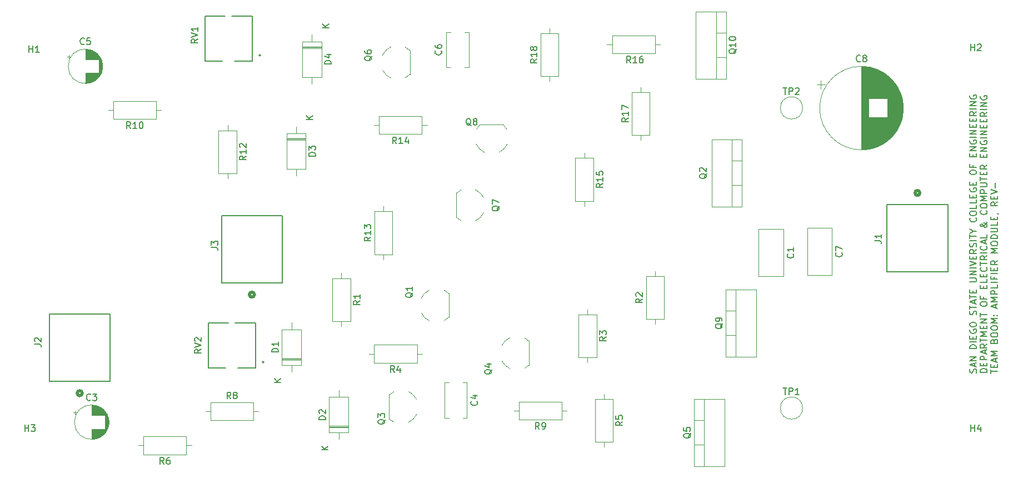
<source format=gbr>
%TF.GenerationSoftware,KiCad,Pcbnew,8.0.5*%
%TF.CreationDate,2024-09-17T20:01:56-07:00*%
%TF.ProjectId,Power_Amp_v1.0,506f7765-725f-4416-9d70-5f76312e302e,-*%
%TF.SameCoordinates,Original*%
%TF.FileFunction,Legend,Top*%
%TF.FilePolarity,Positive*%
%FSLAX46Y46*%
G04 Gerber Fmt 4.6, Leading zero omitted, Abs format (unit mm)*
G04 Created by KiCad (PCBNEW 8.0.5) date 2024-09-17 20:01:56*
%MOMM*%
%LPD*%
G01*
G04 APERTURE LIST*
%ADD10C,0.150000*%
%ADD11C,0.120000*%
%ADD12C,0.152400*%
%ADD13C,0.508000*%
G04 APERTURE END LIST*
D10*
X186594312Y-121376839D02*
X186641931Y-121233982D01*
X186641931Y-121233982D02*
X186641931Y-120995887D01*
X186641931Y-120995887D02*
X186594312Y-120900649D01*
X186594312Y-120900649D02*
X186546692Y-120853030D01*
X186546692Y-120853030D02*
X186451454Y-120805411D01*
X186451454Y-120805411D02*
X186356216Y-120805411D01*
X186356216Y-120805411D02*
X186260978Y-120853030D01*
X186260978Y-120853030D02*
X186213359Y-120900649D01*
X186213359Y-120900649D02*
X186165740Y-120995887D01*
X186165740Y-120995887D02*
X186118121Y-121186363D01*
X186118121Y-121186363D02*
X186070502Y-121281601D01*
X186070502Y-121281601D02*
X186022883Y-121329220D01*
X186022883Y-121329220D02*
X185927645Y-121376839D01*
X185927645Y-121376839D02*
X185832407Y-121376839D01*
X185832407Y-121376839D02*
X185737169Y-121329220D01*
X185737169Y-121329220D02*
X185689550Y-121281601D01*
X185689550Y-121281601D02*
X185641931Y-121186363D01*
X185641931Y-121186363D02*
X185641931Y-120948268D01*
X185641931Y-120948268D02*
X185689550Y-120805411D01*
X186356216Y-120424458D02*
X186356216Y-119948268D01*
X186641931Y-120519696D02*
X185641931Y-120186363D01*
X185641931Y-120186363D02*
X186641931Y-119853030D01*
X186641931Y-119519696D02*
X185641931Y-119519696D01*
X185641931Y-119519696D02*
X186641931Y-118948268D01*
X186641931Y-118948268D02*
X185641931Y-118948268D01*
X186641931Y-117710172D02*
X185641931Y-117710172D01*
X185641931Y-117710172D02*
X185641931Y-117472077D01*
X185641931Y-117472077D02*
X185689550Y-117329220D01*
X185689550Y-117329220D02*
X185784788Y-117233982D01*
X185784788Y-117233982D02*
X185880026Y-117186363D01*
X185880026Y-117186363D02*
X186070502Y-117138744D01*
X186070502Y-117138744D02*
X186213359Y-117138744D01*
X186213359Y-117138744D02*
X186403835Y-117186363D01*
X186403835Y-117186363D02*
X186499073Y-117233982D01*
X186499073Y-117233982D02*
X186594312Y-117329220D01*
X186594312Y-117329220D02*
X186641931Y-117472077D01*
X186641931Y-117472077D02*
X186641931Y-117710172D01*
X186641931Y-116710172D02*
X185641931Y-116710172D01*
X186118121Y-116233982D02*
X186118121Y-115900649D01*
X186641931Y-115757792D02*
X186641931Y-116233982D01*
X186641931Y-116233982D02*
X185641931Y-116233982D01*
X185641931Y-116233982D02*
X185641931Y-115757792D01*
X185689550Y-114805411D02*
X185641931Y-114900649D01*
X185641931Y-114900649D02*
X185641931Y-115043506D01*
X185641931Y-115043506D02*
X185689550Y-115186363D01*
X185689550Y-115186363D02*
X185784788Y-115281601D01*
X185784788Y-115281601D02*
X185880026Y-115329220D01*
X185880026Y-115329220D02*
X186070502Y-115376839D01*
X186070502Y-115376839D02*
X186213359Y-115376839D01*
X186213359Y-115376839D02*
X186403835Y-115329220D01*
X186403835Y-115329220D02*
X186499073Y-115281601D01*
X186499073Y-115281601D02*
X186594312Y-115186363D01*
X186594312Y-115186363D02*
X186641931Y-115043506D01*
X186641931Y-115043506D02*
X186641931Y-114948268D01*
X186641931Y-114948268D02*
X186594312Y-114805411D01*
X186594312Y-114805411D02*
X186546692Y-114757792D01*
X186546692Y-114757792D02*
X186213359Y-114757792D01*
X186213359Y-114757792D02*
X186213359Y-114948268D01*
X185641931Y-114138744D02*
X185641931Y-113948268D01*
X185641931Y-113948268D02*
X185689550Y-113853030D01*
X185689550Y-113853030D02*
X185784788Y-113757792D01*
X185784788Y-113757792D02*
X185975264Y-113710173D01*
X185975264Y-113710173D02*
X186308597Y-113710173D01*
X186308597Y-113710173D02*
X186499073Y-113757792D01*
X186499073Y-113757792D02*
X186594312Y-113853030D01*
X186594312Y-113853030D02*
X186641931Y-113948268D01*
X186641931Y-113948268D02*
X186641931Y-114138744D01*
X186641931Y-114138744D02*
X186594312Y-114233982D01*
X186594312Y-114233982D02*
X186499073Y-114329220D01*
X186499073Y-114329220D02*
X186308597Y-114376839D01*
X186308597Y-114376839D02*
X185975264Y-114376839D01*
X185975264Y-114376839D02*
X185784788Y-114329220D01*
X185784788Y-114329220D02*
X185689550Y-114233982D01*
X185689550Y-114233982D02*
X185641931Y-114138744D01*
X186594312Y-112567315D02*
X186641931Y-112424458D01*
X186641931Y-112424458D02*
X186641931Y-112186363D01*
X186641931Y-112186363D02*
X186594312Y-112091125D01*
X186594312Y-112091125D02*
X186546692Y-112043506D01*
X186546692Y-112043506D02*
X186451454Y-111995887D01*
X186451454Y-111995887D02*
X186356216Y-111995887D01*
X186356216Y-111995887D02*
X186260978Y-112043506D01*
X186260978Y-112043506D02*
X186213359Y-112091125D01*
X186213359Y-112091125D02*
X186165740Y-112186363D01*
X186165740Y-112186363D02*
X186118121Y-112376839D01*
X186118121Y-112376839D02*
X186070502Y-112472077D01*
X186070502Y-112472077D02*
X186022883Y-112519696D01*
X186022883Y-112519696D02*
X185927645Y-112567315D01*
X185927645Y-112567315D02*
X185832407Y-112567315D01*
X185832407Y-112567315D02*
X185737169Y-112519696D01*
X185737169Y-112519696D02*
X185689550Y-112472077D01*
X185689550Y-112472077D02*
X185641931Y-112376839D01*
X185641931Y-112376839D02*
X185641931Y-112138744D01*
X185641931Y-112138744D02*
X185689550Y-111995887D01*
X185641931Y-111710172D02*
X185641931Y-111138744D01*
X186641931Y-111424458D02*
X185641931Y-111424458D01*
X186356216Y-110853029D02*
X186356216Y-110376839D01*
X186641931Y-110948267D02*
X185641931Y-110614934D01*
X185641931Y-110614934D02*
X186641931Y-110281601D01*
X185641931Y-110091124D02*
X185641931Y-109519696D01*
X186641931Y-109805410D02*
X185641931Y-109805410D01*
X186118121Y-109186362D02*
X186118121Y-108853029D01*
X186641931Y-108710172D02*
X186641931Y-109186362D01*
X186641931Y-109186362D02*
X185641931Y-109186362D01*
X185641931Y-109186362D02*
X185641931Y-108710172D01*
X185641931Y-107519695D02*
X186451454Y-107519695D01*
X186451454Y-107519695D02*
X186546692Y-107472076D01*
X186546692Y-107472076D02*
X186594312Y-107424457D01*
X186594312Y-107424457D02*
X186641931Y-107329219D01*
X186641931Y-107329219D02*
X186641931Y-107138743D01*
X186641931Y-107138743D02*
X186594312Y-107043505D01*
X186594312Y-107043505D02*
X186546692Y-106995886D01*
X186546692Y-106995886D02*
X186451454Y-106948267D01*
X186451454Y-106948267D02*
X185641931Y-106948267D01*
X186641931Y-106472076D02*
X185641931Y-106472076D01*
X185641931Y-106472076D02*
X186641931Y-105900648D01*
X186641931Y-105900648D02*
X185641931Y-105900648D01*
X186641931Y-105424457D02*
X185641931Y-105424457D01*
X185641931Y-105091124D02*
X186641931Y-104757791D01*
X186641931Y-104757791D02*
X185641931Y-104424458D01*
X186118121Y-104091124D02*
X186118121Y-103757791D01*
X186641931Y-103614934D02*
X186641931Y-104091124D01*
X186641931Y-104091124D02*
X185641931Y-104091124D01*
X185641931Y-104091124D02*
X185641931Y-103614934D01*
X186641931Y-102614934D02*
X186165740Y-102948267D01*
X186641931Y-103186362D02*
X185641931Y-103186362D01*
X185641931Y-103186362D02*
X185641931Y-102805410D01*
X185641931Y-102805410D02*
X185689550Y-102710172D01*
X185689550Y-102710172D02*
X185737169Y-102662553D01*
X185737169Y-102662553D02*
X185832407Y-102614934D01*
X185832407Y-102614934D02*
X185975264Y-102614934D01*
X185975264Y-102614934D02*
X186070502Y-102662553D01*
X186070502Y-102662553D02*
X186118121Y-102710172D01*
X186118121Y-102710172D02*
X186165740Y-102805410D01*
X186165740Y-102805410D02*
X186165740Y-103186362D01*
X186594312Y-102233981D02*
X186641931Y-102091124D01*
X186641931Y-102091124D02*
X186641931Y-101853029D01*
X186641931Y-101853029D02*
X186594312Y-101757791D01*
X186594312Y-101757791D02*
X186546692Y-101710172D01*
X186546692Y-101710172D02*
X186451454Y-101662553D01*
X186451454Y-101662553D02*
X186356216Y-101662553D01*
X186356216Y-101662553D02*
X186260978Y-101710172D01*
X186260978Y-101710172D02*
X186213359Y-101757791D01*
X186213359Y-101757791D02*
X186165740Y-101853029D01*
X186165740Y-101853029D02*
X186118121Y-102043505D01*
X186118121Y-102043505D02*
X186070502Y-102138743D01*
X186070502Y-102138743D02*
X186022883Y-102186362D01*
X186022883Y-102186362D02*
X185927645Y-102233981D01*
X185927645Y-102233981D02*
X185832407Y-102233981D01*
X185832407Y-102233981D02*
X185737169Y-102186362D01*
X185737169Y-102186362D02*
X185689550Y-102138743D01*
X185689550Y-102138743D02*
X185641931Y-102043505D01*
X185641931Y-102043505D02*
X185641931Y-101805410D01*
X185641931Y-101805410D02*
X185689550Y-101662553D01*
X186641931Y-101233981D02*
X185641931Y-101233981D01*
X185641931Y-100900648D02*
X185641931Y-100329220D01*
X186641931Y-100614934D02*
X185641931Y-100614934D01*
X186165740Y-99805410D02*
X186641931Y-99805410D01*
X185641931Y-100138743D02*
X186165740Y-99805410D01*
X186165740Y-99805410D02*
X185641931Y-99472077D01*
X186546692Y-97805410D02*
X186594312Y-97853029D01*
X186594312Y-97853029D02*
X186641931Y-97995886D01*
X186641931Y-97995886D02*
X186641931Y-98091124D01*
X186641931Y-98091124D02*
X186594312Y-98233981D01*
X186594312Y-98233981D02*
X186499073Y-98329219D01*
X186499073Y-98329219D02*
X186403835Y-98376838D01*
X186403835Y-98376838D02*
X186213359Y-98424457D01*
X186213359Y-98424457D02*
X186070502Y-98424457D01*
X186070502Y-98424457D02*
X185880026Y-98376838D01*
X185880026Y-98376838D02*
X185784788Y-98329219D01*
X185784788Y-98329219D02*
X185689550Y-98233981D01*
X185689550Y-98233981D02*
X185641931Y-98091124D01*
X185641931Y-98091124D02*
X185641931Y-97995886D01*
X185641931Y-97995886D02*
X185689550Y-97853029D01*
X185689550Y-97853029D02*
X185737169Y-97805410D01*
X185641931Y-97186362D02*
X185641931Y-96995886D01*
X185641931Y-96995886D02*
X185689550Y-96900648D01*
X185689550Y-96900648D02*
X185784788Y-96805410D01*
X185784788Y-96805410D02*
X185975264Y-96757791D01*
X185975264Y-96757791D02*
X186308597Y-96757791D01*
X186308597Y-96757791D02*
X186499073Y-96805410D01*
X186499073Y-96805410D02*
X186594312Y-96900648D01*
X186594312Y-96900648D02*
X186641931Y-96995886D01*
X186641931Y-96995886D02*
X186641931Y-97186362D01*
X186641931Y-97186362D02*
X186594312Y-97281600D01*
X186594312Y-97281600D02*
X186499073Y-97376838D01*
X186499073Y-97376838D02*
X186308597Y-97424457D01*
X186308597Y-97424457D02*
X185975264Y-97424457D01*
X185975264Y-97424457D02*
X185784788Y-97376838D01*
X185784788Y-97376838D02*
X185689550Y-97281600D01*
X185689550Y-97281600D02*
X185641931Y-97186362D01*
X186641931Y-95853029D02*
X186641931Y-96329219D01*
X186641931Y-96329219D02*
X185641931Y-96329219D01*
X186641931Y-95043505D02*
X186641931Y-95519695D01*
X186641931Y-95519695D02*
X185641931Y-95519695D01*
X186118121Y-94710171D02*
X186118121Y-94376838D01*
X186641931Y-94233981D02*
X186641931Y-94710171D01*
X186641931Y-94710171D02*
X185641931Y-94710171D01*
X185641931Y-94710171D02*
X185641931Y-94233981D01*
X185689550Y-93281600D02*
X185641931Y-93376838D01*
X185641931Y-93376838D02*
X185641931Y-93519695D01*
X185641931Y-93519695D02*
X185689550Y-93662552D01*
X185689550Y-93662552D02*
X185784788Y-93757790D01*
X185784788Y-93757790D02*
X185880026Y-93805409D01*
X185880026Y-93805409D02*
X186070502Y-93853028D01*
X186070502Y-93853028D02*
X186213359Y-93853028D01*
X186213359Y-93853028D02*
X186403835Y-93805409D01*
X186403835Y-93805409D02*
X186499073Y-93757790D01*
X186499073Y-93757790D02*
X186594312Y-93662552D01*
X186594312Y-93662552D02*
X186641931Y-93519695D01*
X186641931Y-93519695D02*
X186641931Y-93424457D01*
X186641931Y-93424457D02*
X186594312Y-93281600D01*
X186594312Y-93281600D02*
X186546692Y-93233981D01*
X186546692Y-93233981D02*
X186213359Y-93233981D01*
X186213359Y-93233981D02*
X186213359Y-93424457D01*
X186118121Y-92805409D02*
X186118121Y-92472076D01*
X186641931Y-92329219D02*
X186641931Y-92805409D01*
X186641931Y-92805409D02*
X185641931Y-92805409D01*
X185641931Y-92805409D02*
X185641931Y-92329219D01*
X185641931Y-90948266D02*
X185641931Y-90757790D01*
X185641931Y-90757790D02*
X185689550Y-90662552D01*
X185689550Y-90662552D02*
X185784788Y-90567314D01*
X185784788Y-90567314D02*
X185975264Y-90519695D01*
X185975264Y-90519695D02*
X186308597Y-90519695D01*
X186308597Y-90519695D02*
X186499073Y-90567314D01*
X186499073Y-90567314D02*
X186594312Y-90662552D01*
X186594312Y-90662552D02*
X186641931Y-90757790D01*
X186641931Y-90757790D02*
X186641931Y-90948266D01*
X186641931Y-90948266D02*
X186594312Y-91043504D01*
X186594312Y-91043504D02*
X186499073Y-91138742D01*
X186499073Y-91138742D02*
X186308597Y-91186361D01*
X186308597Y-91186361D02*
X185975264Y-91186361D01*
X185975264Y-91186361D02*
X185784788Y-91138742D01*
X185784788Y-91138742D02*
X185689550Y-91043504D01*
X185689550Y-91043504D02*
X185641931Y-90948266D01*
X186118121Y-89757790D02*
X186118121Y-90091123D01*
X186641931Y-90091123D02*
X185641931Y-90091123D01*
X185641931Y-90091123D02*
X185641931Y-89614933D01*
X186118121Y-88472075D02*
X186118121Y-88138742D01*
X186641931Y-87995885D02*
X186641931Y-88472075D01*
X186641931Y-88472075D02*
X185641931Y-88472075D01*
X185641931Y-88472075D02*
X185641931Y-87995885D01*
X186641931Y-87567313D02*
X185641931Y-87567313D01*
X185641931Y-87567313D02*
X186641931Y-86995885D01*
X186641931Y-86995885D02*
X185641931Y-86995885D01*
X185689550Y-85995885D02*
X185641931Y-86091123D01*
X185641931Y-86091123D02*
X185641931Y-86233980D01*
X185641931Y-86233980D02*
X185689550Y-86376837D01*
X185689550Y-86376837D02*
X185784788Y-86472075D01*
X185784788Y-86472075D02*
X185880026Y-86519694D01*
X185880026Y-86519694D02*
X186070502Y-86567313D01*
X186070502Y-86567313D02*
X186213359Y-86567313D01*
X186213359Y-86567313D02*
X186403835Y-86519694D01*
X186403835Y-86519694D02*
X186499073Y-86472075D01*
X186499073Y-86472075D02*
X186594312Y-86376837D01*
X186594312Y-86376837D02*
X186641931Y-86233980D01*
X186641931Y-86233980D02*
X186641931Y-86138742D01*
X186641931Y-86138742D02*
X186594312Y-85995885D01*
X186594312Y-85995885D02*
X186546692Y-85948266D01*
X186546692Y-85948266D02*
X186213359Y-85948266D01*
X186213359Y-85948266D02*
X186213359Y-86138742D01*
X186641931Y-85519694D02*
X185641931Y-85519694D01*
X186641931Y-85043504D02*
X185641931Y-85043504D01*
X185641931Y-85043504D02*
X186641931Y-84472076D01*
X186641931Y-84472076D02*
X185641931Y-84472076D01*
X186118121Y-83995885D02*
X186118121Y-83662552D01*
X186641931Y-83519695D02*
X186641931Y-83995885D01*
X186641931Y-83995885D02*
X185641931Y-83995885D01*
X185641931Y-83995885D02*
X185641931Y-83519695D01*
X186118121Y-83091123D02*
X186118121Y-82757790D01*
X186641931Y-82614933D02*
X186641931Y-83091123D01*
X186641931Y-83091123D02*
X185641931Y-83091123D01*
X185641931Y-83091123D02*
X185641931Y-82614933D01*
X186641931Y-81614933D02*
X186165740Y-81948266D01*
X186641931Y-82186361D02*
X185641931Y-82186361D01*
X185641931Y-82186361D02*
X185641931Y-81805409D01*
X185641931Y-81805409D02*
X185689550Y-81710171D01*
X185689550Y-81710171D02*
X185737169Y-81662552D01*
X185737169Y-81662552D02*
X185832407Y-81614933D01*
X185832407Y-81614933D02*
X185975264Y-81614933D01*
X185975264Y-81614933D02*
X186070502Y-81662552D01*
X186070502Y-81662552D02*
X186118121Y-81710171D01*
X186118121Y-81710171D02*
X186165740Y-81805409D01*
X186165740Y-81805409D02*
X186165740Y-82186361D01*
X186641931Y-81186361D02*
X185641931Y-81186361D01*
X186641931Y-80710171D02*
X185641931Y-80710171D01*
X185641931Y-80710171D02*
X186641931Y-80138743D01*
X186641931Y-80138743D02*
X185641931Y-80138743D01*
X185689550Y-79138743D02*
X185641931Y-79233981D01*
X185641931Y-79233981D02*
X185641931Y-79376838D01*
X185641931Y-79376838D02*
X185689550Y-79519695D01*
X185689550Y-79519695D02*
X185784788Y-79614933D01*
X185784788Y-79614933D02*
X185880026Y-79662552D01*
X185880026Y-79662552D02*
X186070502Y-79710171D01*
X186070502Y-79710171D02*
X186213359Y-79710171D01*
X186213359Y-79710171D02*
X186403835Y-79662552D01*
X186403835Y-79662552D02*
X186499073Y-79614933D01*
X186499073Y-79614933D02*
X186594312Y-79519695D01*
X186594312Y-79519695D02*
X186641931Y-79376838D01*
X186641931Y-79376838D02*
X186641931Y-79281600D01*
X186641931Y-79281600D02*
X186594312Y-79138743D01*
X186594312Y-79138743D02*
X186546692Y-79091124D01*
X186546692Y-79091124D02*
X186213359Y-79091124D01*
X186213359Y-79091124D02*
X186213359Y-79281600D01*
X188251875Y-121329220D02*
X187251875Y-121329220D01*
X187251875Y-121329220D02*
X187251875Y-121091125D01*
X187251875Y-121091125D02*
X187299494Y-120948268D01*
X187299494Y-120948268D02*
X187394732Y-120853030D01*
X187394732Y-120853030D02*
X187489970Y-120805411D01*
X187489970Y-120805411D02*
X187680446Y-120757792D01*
X187680446Y-120757792D02*
X187823303Y-120757792D01*
X187823303Y-120757792D02*
X188013779Y-120805411D01*
X188013779Y-120805411D02*
X188109017Y-120853030D01*
X188109017Y-120853030D02*
X188204256Y-120948268D01*
X188204256Y-120948268D02*
X188251875Y-121091125D01*
X188251875Y-121091125D02*
X188251875Y-121329220D01*
X187728065Y-120329220D02*
X187728065Y-119995887D01*
X188251875Y-119853030D02*
X188251875Y-120329220D01*
X188251875Y-120329220D02*
X187251875Y-120329220D01*
X187251875Y-120329220D02*
X187251875Y-119853030D01*
X188251875Y-119424458D02*
X187251875Y-119424458D01*
X187251875Y-119424458D02*
X187251875Y-119043506D01*
X187251875Y-119043506D02*
X187299494Y-118948268D01*
X187299494Y-118948268D02*
X187347113Y-118900649D01*
X187347113Y-118900649D02*
X187442351Y-118853030D01*
X187442351Y-118853030D02*
X187585208Y-118853030D01*
X187585208Y-118853030D02*
X187680446Y-118900649D01*
X187680446Y-118900649D02*
X187728065Y-118948268D01*
X187728065Y-118948268D02*
X187775684Y-119043506D01*
X187775684Y-119043506D02*
X187775684Y-119424458D01*
X187966160Y-118472077D02*
X187966160Y-117995887D01*
X188251875Y-118567315D02*
X187251875Y-118233982D01*
X187251875Y-118233982D02*
X188251875Y-117900649D01*
X188251875Y-116995887D02*
X187775684Y-117329220D01*
X188251875Y-117567315D02*
X187251875Y-117567315D01*
X187251875Y-117567315D02*
X187251875Y-117186363D01*
X187251875Y-117186363D02*
X187299494Y-117091125D01*
X187299494Y-117091125D02*
X187347113Y-117043506D01*
X187347113Y-117043506D02*
X187442351Y-116995887D01*
X187442351Y-116995887D02*
X187585208Y-116995887D01*
X187585208Y-116995887D02*
X187680446Y-117043506D01*
X187680446Y-117043506D02*
X187728065Y-117091125D01*
X187728065Y-117091125D02*
X187775684Y-117186363D01*
X187775684Y-117186363D02*
X187775684Y-117567315D01*
X187251875Y-116710172D02*
X187251875Y-116138744D01*
X188251875Y-116424458D02*
X187251875Y-116424458D01*
X188251875Y-115805410D02*
X187251875Y-115805410D01*
X187251875Y-115805410D02*
X187966160Y-115472077D01*
X187966160Y-115472077D02*
X187251875Y-115138744D01*
X187251875Y-115138744D02*
X188251875Y-115138744D01*
X187728065Y-114662553D02*
X187728065Y-114329220D01*
X188251875Y-114186363D02*
X188251875Y-114662553D01*
X188251875Y-114662553D02*
X187251875Y-114662553D01*
X187251875Y-114662553D02*
X187251875Y-114186363D01*
X188251875Y-113757791D02*
X187251875Y-113757791D01*
X187251875Y-113757791D02*
X188251875Y-113186363D01*
X188251875Y-113186363D02*
X187251875Y-113186363D01*
X187251875Y-112853029D02*
X187251875Y-112281601D01*
X188251875Y-112567315D02*
X187251875Y-112567315D01*
X187251875Y-110995886D02*
X187251875Y-110805410D01*
X187251875Y-110805410D02*
X187299494Y-110710172D01*
X187299494Y-110710172D02*
X187394732Y-110614934D01*
X187394732Y-110614934D02*
X187585208Y-110567315D01*
X187585208Y-110567315D02*
X187918541Y-110567315D01*
X187918541Y-110567315D02*
X188109017Y-110614934D01*
X188109017Y-110614934D02*
X188204256Y-110710172D01*
X188204256Y-110710172D02*
X188251875Y-110805410D01*
X188251875Y-110805410D02*
X188251875Y-110995886D01*
X188251875Y-110995886D02*
X188204256Y-111091124D01*
X188204256Y-111091124D02*
X188109017Y-111186362D01*
X188109017Y-111186362D02*
X187918541Y-111233981D01*
X187918541Y-111233981D02*
X187585208Y-111233981D01*
X187585208Y-111233981D02*
X187394732Y-111186362D01*
X187394732Y-111186362D02*
X187299494Y-111091124D01*
X187299494Y-111091124D02*
X187251875Y-110995886D01*
X187728065Y-109805410D02*
X187728065Y-110138743D01*
X188251875Y-110138743D02*
X187251875Y-110138743D01*
X187251875Y-110138743D02*
X187251875Y-109662553D01*
X187728065Y-108519695D02*
X187728065Y-108186362D01*
X188251875Y-108043505D02*
X188251875Y-108519695D01*
X188251875Y-108519695D02*
X187251875Y-108519695D01*
X187251875Y-108519695D02*
X187251875Y-108043505D01*
X188251875Y-107138743D02*
X188251875Y-107614933D01*
X188251875Y-107614933D02*
X187251875Y-107614933D01*
X187728065Y-106805409D02*
X187728065Y-106472076D01*
X188251875Y-106329219D02*
X188251875Y-106805409D01*
X188251875Y-106805409D02*
X187251875Y-106805409D01*
X187251875Y-106805409D02*
X187251875Y-106329219D01*
X188156636Y-105329219D02*
X188204256Y-105376838D01*
X188204256Y-105376838D02*
X188251875Y-105519695D01*
X188251875Y-105519695D02*
X188251875Y-105614933D01*
X188251875Y-105614933D02*
X188204256Y-105757790D01*
X188204256Y-105757790D02*
X188109017Y-105853028D01*
X188109017Y-105853028D02*
X188013779Y-105900647D01*
X188013779Y-105900647D02*
X187823303Y-105948266D01*
X187823303Y-105948266D02*
X187680446Y-105948266D01*
X187680446Y-105948266D02*
X187489970Y-105900647D01*
X187489970Y-105900647D02*
X187394732Y-105853028D01*
X187394732Y-105853028D02*
X187299494Y-105757790D01*
X187299494Y-105757790D02*
X187251875Y-105614933D01*
X187251875Y-105614933D02*
X187251875Y-105519695D01*
X187251875Y-105519695D02*
X187299494Y-105376838D01*
X187299494Y-105376838D02*
X187347113Y-105329219D01*
X187251875Y-105043504D02*
X187251875Y-104472076D01*
X188251875Y-104757790D02*
X187251875Y-104757790D01*
X188251875Y-103567314D02*
X187775684Y-103900647D01*
X188251875Y-104138742D02*
X187251875Y-104138742D01*
X187251875Y-104138742D02*
X187251875Y-103757790D01*
X187251875Y-103757790D02*
X187299494Y-103662552D01*
X187299494Y-103662552D02*
X187347113Y-103614933D01*
X187347113Y-103614933D02*
X187442351Y-103567314D01*
X187442351Y-103567314D02*
X187585208Y-103567314D01*
X187585208Y-103567314D02*
X187680446Y-103614933D01*
X187680446Y-103614933D02*
X187728065Y-103662552D01*
X187728065Y-103662552D02*
X187775684Y-103757790D01*
X187775684Y-103757790D02*
X187775684Y-104138742D01*
X188251875Y-103138742D02*
X187251875Y-103138742D01*
X188156636Y-102091124D02*
X188204256Y-102138743D01*
X188204256Y-102138743D02*
X188251875Y-102281600D01*
X188251875Y-102281600D02*
X188251875Y-102376838D01*
X188251875Y-102376838D02*
X188204256Y-102519695D01*
X188204256Y-102519695D02*
X188109017Y-102614933D01*
X188109017Y-102614933D02*
X188013779Y-102662552D01*
X188013779Y-102662552D02*
X187823303Y-102710171D01*
X187823303Y-102710171D02*
X187680446Y-102710171D01*
X187680446Y-102710171D02*
X187489970Y-102662552D01*
X187489970Y-102662552D02*
X187394732Y-102614933D01*
X187394732Y-102614933D02*
X187299494Y-102519695D01*
X187299494Y-102519695D02*
X187251875Y-102376838D01*
X187251875Y-102376838D02*
X187251875Y-102281600D01*
X187251875Y-102281600D02*
X187299494Y-102138743D01*
X187299494Y-102138743D02*
X187347113Y-102091124D01*
X187966160Y-101710171D02*
X187966160Y-101233981D01*
X188251875Y-101805409D02*
X187251875Y-101472076D01*
X187251875Y-101472076D02*
X188251875Y-101138743D01*
X188251875Y-100329219D02*
X188251875Y-100805409D01*
X188251875Y-100805409D02*
X187251875Y-100805409D01*
X188251875Y-98424456D02*
X188251875Y-98472076D01*
X188251875Y-98472076D02*
X188204256Y-98567314D01*
X188204256Y-98567314D02*
X188061398Y-98710171D01*
X188061398Y-98710171D02*
X187775684Y-98948266D01*
X187775684Y-98948266D02*
X187632827Y-99043504D01*
X187632827Y-99043504D02*
X187489970Y-99091123D01*
X187489970Y-99091123D02*
X187394732Y-99091123D01*
X187394732Y-99091123D02*
X187299494Y-99043504D01*
X187299494Y-99043504D02*
X187251875Y-98948266D01*
X187251875Y-98948266D02*
X187251875Y-98900647D01*
X187251875Y-98900647D02*
X187299494Y-98805409D01*
X187299494Y-98805409D02*
X187394732Y-98757790D01*
X187394732Y-98757790D02*
X187442351Y-98757790D01*
X187442351Y-98757790D02*
X187537589Y-98805409D01*
X187537589Y-98805409D02*
X187585208Y-98853028D01*
X187585208Y-98853028D02*
X187775684Y-99138742D01*
X187775684Y-99138742D02*
X187823303Y-99186361D01*
X187823303Y-99186361D02*
X187918541Y-99233980D01*
X187918541Y-99233980D02*
X188061398Y-99233980D01*
X188061398Y-99233980D02*
X188156636Y-99186361D01*
X188156636Y-99186361D02*
X188204256Y-99138742D01*
X188204256Y-99138742D02*
X188251875Y-99043504D01*
X188251875Y-99043504D02*
X188251875Y-98900647D01*
X188251875Y-98900647D02*
X188204256Y-98805409D01*
X188204256Y-98805409D02*
X188156636Y-98757790D01*
X188156636Y-98757790D02*
X187966160Y-98614933D01*
X187966160Y-98614933D02*
X187823303Y-98567314D01*
X187823303Y-98567314D02*
X187728065Y-98567314D01*
X188156636Y-96662552D02*
X188204256Y-96710171D01*
X188204256Y-96710171D02*
X188251875Y-96853028D01*
X188251875Y-96853028D02*
X188251875Y-96948266D01*
X188251875Y-96948266D02*
X188204256Y-97091123D01*
X188204256Y-97091123D02*
X188109017Y-97186361D01*
X188109017Y-97186361D02*
X188013779Y-97233980D01*
X188013779Y-97233980D02*
X187823303Y-97281599D01*
X187823303Y-97281599D02*
X187680446Y-97281599D01*
X187680446Y-97281599D02*
X187489970Y-97233980D01*
X187489970Y-97233980D02*
X187394732Y-97186361D01*
X187394732Y-97186361D02*
X187299494Y-97091123D01*
X187299494Y-97091123D02*
X187251875Y-96948266D01*
X187251875Y-96948266D02*
X187251875Y-96853028D01*
X187251875Y-96853028D02*
X187299494Y-96710171D01*
X187299494Y-96710171D02*
X187347113Y-96662552D01*
X187251875Y-96043504D02*
X187251875Y-95853028D01*
X187251875Y-95853028D02*
X187299494Y-95757790D01*
X187299494Y-95757790D02*
X187394732Y-95662552D01*
X187394732Y-95662552D02*
X187585208Y-95614933D01*
X187585208Y-95614933D02*
X187918541Y-95614933D01*
X187918541Y-95614933D02*
X188109017Y-95662552D01*
X188109017Y-95662552D02*
X188204256Y-95757790D01*
X188204256Y-95757790D02*
X188251875Y-95853028D01*
X188251875Y-95853028D02*
X188251875Y-96043504D01*
X188251875Y-96043504D02*
X188204256Y-96138742D01*
X188204256Y-96138742D02*
X188109017Y-96233980D01*
X188109017Y-96233980D02*
X187918541Y-96281599D01*
X187918541Y-96281599D02*
X187585208Y-96281599D01*
X187585208Y-96281599D02*
X187394732Y-96233980D01*
X187394732Y-96233980D02*
X187299494Y-96138742D01*
X187299494Y-96138742D02*
X187251875Y-96043504D01*
X188251875Y-95186361D02*
X187251875Y-95186361D01*
X187251875Y-95186361D02*
X187966160Y-94853028D01*
X187966160Y-94853028D02*
X187251875Y-94519695D01*
X187251875Y-94519695D02*
X188251875Y-94519695D01*
X188251875Y-94043504D02*
X187251875Y-94043504D01*
X187251875Y-94043504D02*
X187251875Y-93662552D01*
X187251875Y-93662552D02*
X187299494Y-93567314D01*
X187299494Y-93567314D02*
X187347113Y-93519695D01*
X187347113Y-93519695D02*
X187442351Y-93472076D01*
X187442351Y-93472076D02*
X187585208Y-93472076D01*
X187585208Y-93472076D02*
X187680446Y-93519695D01*
X187680446Y-93519695D02*
X187728065Y-93567314D01*
X187728065Y-93567314D02*
X187775684Y-93662552D01*
X187775684Y-93662552D02*
X187775684Y-94043504D01*
X187251875Y-93043504D02*
X188061398Y-93043504D01*
X188061398Y-93043504D02*
X188156636Y-92995885D01*
X188156636Y-92995885D02*
X188204256Y-92948266D01*
X188204256Y-92948266D02*
X188251875Y-92853028D01*
X188251875Y-92853028D02*
X188251875Y-92662552D01*
X188251875Y-92662552D02*
X188204256Y-92567314D01*
X188204256Y-92567314D02*
X188156636Y-92519695D01*
X188156636Y-92519695D02*
X188061398Y-92472076D01*
X188061398Y-92472076D02*
X187251875Y-92472076D01*
X187251875Y-92138742D02*
X187251875Y-91567314D01*
X188251875Y-91853028D02*
X187251875Y-91853028D01*
X187728065Y-91233980D02*
X187728065Y-90900647D01*
X188251875Y-90757790D02*
X188251875Y-91233980D01*
X188251875Y-91233980D02*
X187251875Y-91233980D01*
X187251875Y-91233980D02*
X187251875Y-90757790D01*
X188251875Y-89757790D02*
X187775684Y-90091123D01*
X188251875Y-90329218D02*
X187251875Y-90329218D01*
X187251875Y-90329218D02*
X187251875Y-89948266D01*
X187251875Y-89948266D02*
X187299494Y-89853028D01*
X187299494Y-89853028D02*
X187347113Y-89805409D01*
X187347113Y-89805409D02*
X187442351Y-89757790D01*
X187442351Y-89757790D02*
X187585208Y-89757790D01*
X187585208Y-89757790D02*
X187680446Y-89805409D01*
X187680446Y-89805409D02*
X187728065Y-89853028D01*
X187728065Y-89853028D02*
X187775684Y-89948266D01*
X187775684Y-89948266D02*
X187775684Y-90329218D01*
X187728065Y-88567313D02*
X187728065Y-88233980D01*
X188251875Y-88091123D02*
X188251875Y-88567313D01*
X188251875Y-88567313D02*
X187251875Y-88567313D01*
X187251875Y-88567313D02*
X187251875Y-88091123D01*
X188251875Y-87662551D02*
X187251875Y-87662551D01*
X187251875Y-87662551D02*
X188251875Y-87091123D01*
X188251875Y-87091123D02*
X187251875Y-87091123D01*
X187299494Y-86091123D02*
X187251875Y-86186361D01*
X187251875Y-86186361D02*
X187251875Y-86329218D01*
X187251875Y-86329218D02*
X187299494Y-86472075D01*
X187299494Y-86472075D02*
X187394732Y-86567313D01*
X187394732Y-86567313D02*
X187489970Y-86614932D01*
X187489970Y-86614932D02*
X187680446Y-86662551D01*
X187680446Y-86662551D02*
X187823303Y-86662551D01*
X187823303Y-86662551D02*
X188013779Y-86614932D01*
X188013779Y-86614932D02*
X188109017Y-86567313D01*
X188109017Y-86567313D02*
X188204256Y-86472075D01*
X188204256Y-86472075D02*
X188251875Y-86329218D01*
X188251875Y-86329218D02*
X188251875Y-86233980D01*
X188251875Y-86233980D02*
X188204256Y-86091123D01*
X188204256Y-86091123D02*
X188156636Y-86043504D01*
X188156636Y-86043504D02*
X187823303Y-86043504D01*
X187823303Y-86043504D02*
X187823303Y-86233980D01*
X188251875Y-85614932D02*
X187251875Y-85614932D01*
X188251875Y-85138742D02*
X187251875Y-85138742D01*
X187251875Y-85138742D02*
X188251875Y-84567314D01*
X188251875Y-84567314D02*
X187251875Y-84567314D01*
X187728065Y-84091123D02*
X187728065Y-83757790D01*
X188251875Y-83614933D02*
X188251875Y-84091123D01*
X188251875Y-84091123D02*
X187251875Y-84091123D01*
X187251875Y-84091123D02*
X187251875Y-83614933D01*
X187728065Y-83186361D02*
X187728065Y-82853028D01*
X188251875Y-82710171D02*
X188251875Y-83186361D01*
X188251875Y-83186361D02*
X187251875Y-83186361D01*
X187251875Y-83186361D02*
X187251875Y-82710171D01*
X188251875Y-81710171D02*
X187775684Y-82043504D01*
X188251875Y-82281599D02*
X187251875Y-82281599D01*
X187251875Y-82281599D02*
X187251875Y-81900647D01*
X187251875Y-81900647D02*
X187299494Y-81805409D01*
X187299494Y-81805409D02*
X187347113Y-81757790D01*
X187347113Y-81757790D02*
X187442351Y-81710171D01*
X187442351Y-81710171D02*
X187585208Y-81710171D01*
X187585208Y-81710171D02*
X187680446Y-81757790D01*
X187680446Y-81757790D02*
X187728065Y-81805409D01*
X187728065Y-81805409D02*
X187775684Y-81900647D01*
X187775684Y-81900647D02*
X187775684Y-82281599D01*
X188251875Y-81281599D02*
X187251875Y-81281599D01*
X188251875Y-80805409D02*
X187251875Y-80805409D01*
X187251875Y-80805409D02*
X188251875Y-80233981D01*
X188251875Y-80233981D02*
X187251875Y-80233981D01*
X187299494Y-79233981D02*
X187251875Y-79329219D01*
X187251875Y-79329219D02*
X187251875Y-79472076D01*
X187251875Y-79472076D02*
X187299494Y-79614933D01*
X187299494Y-79614933D02*
X187394732Y-79710171D01*
X187394732Y-79710171D02*
X187489970Y-79757790D01*
X187489970Y-79757790D02*
X187680446Y-79805409D01*
X187680446Y-79805409D02*
X187823303Y-79805409D01*
X187823303Y-79805409D02*
X188013779Y-79757790D01*
X188013779Y-79757790D02*
X188109017Y-79710171D01*
X188109017Y-79710171D02*
X188204256Y-79614933D01*
X188204256Y-79614933D02*
X188251875Y-79472076D01*
X188251875Y-79472076D02*
X188251875Y-79376838D01*
X188251875Y-79376838D02*
X188204256Y-79233981D01*
X188204256Y-79233981D02*
X188156636Y-79186362D01*
X188156636Y-79186362D02*
X187823303Y-79186362D01*
X187823303Y-79186362D02*
X187823303Y-79376838D01*
X188861819Y-121472077D02*
X188861819Y-120900649D01*
X189861819Y-121186363D02*
X188861819Y-121186363D01*
X189338009Y-120567315D02*
X189338009Y-120233982D01*
X189861819Y-120091125D02*
X189861819Y-120567315D01*
X189861819Y-120567315D02*
X188861819Y-120567315D01*
X188861819Y-120567315D02*
X188861819Y-120091125D01*
X189576104Y-119710172D02*
X189576104Y-119233982D01*
X189861819Y-119805410D02*
X188861819Y-119472077D01*
X188861819Y-119472077D02*
X189861819Y-119138744D01*
X189861819Y-118805410D02*
X188861819Y-118805410D01*
X188861819Y-118805410D02*
X189576104Y-118472077D01*
X189576104Y-118472077D02*
X188861819Y-118138744D01*
X188861819Y-118138744D02*
X189861819Y-118138744D01*
X189338009Y-116567315D02*
X189385628Y-116424458D01*
X189385628Y-116424458D02*
X189433247Y-116376839D01*
X189433247Y-116376839D02*
X189528485Y-116329220D01*
X189528485Y-116329220D02*
X189671342Y-116329220D01*
X189671342Y-116329220D02*
X189766580Y-116376839D01*
X189766580Y-116376839D02*
X189814200Y-116424458D01*
X189814200Y-116424458D02*
X189861819Y-116519696D01*
X189861819Y-116519696D02*
X189861819Y-116900648D01*
X189861819Y-116900648D02*
X188861819Y-116900648D01*
X188861819Y-116900648D02*
X188861819Y-116567315D01*
X188861819Y-116567315D02*
X188909438Y-116472077D01*
X188909438Y-116472077D02*
X188957057Y-116424458D01*
X188957057Y-116424458D02*
X189052295Y-116376839D01*
X189052295Y-116376839D02*
X189147533Y-116376839D01*
X189147533Y-116376839D02*
X189242771Y-116424458D01*
X189242771Y-116424458D02*
X189290390Y-116472077D01*
X189290390Y-116472077D02*
X189338009Y-116567315D01*
X189338009Y-116567315D02*
X189338009Y-116900648D01*
X188861819Y-115710172D02*
X188861819Y-115519696D01*
X188861819Y-115519696D02*
X188909438Y-115424458D01*
X188909438Y-115424458D02*
X189004676Y-115329220D01*
X189004676Y-115329220D02*
X189195152Y-115281601D01*
X189195152Y-115281601D02*
X189528485Y-115281601D01*
X189528485Y-115281601D02*
X189718961Y-115329220D01*
X189718961Y-115329220D02*
X189814200Y-115424458D01*
X189814200Y-115424458D02*
X189861819Y-115519696D01*
X189861819Y-115519696D02*
X189861819Y-115710172D01*
X189861819Y-115710172D02*
X189814200Y-115805410D01*
X189814200Y-115805410D02*
X189718961Y-115900648D01*
X189718961Y-115900648D02*
X189528485Y-115948267D01*
X189528485Y-115948267D02*
X189195152Y-115948267D01*
X189195152Y-115948267D02*
X189004676Y-115900648D01*
X189004676Y-115900648D02*
X188909438Y-115805410D01*
X188909438Y-115805410D02*
X188861819Y-115710172D01*
X188861819Y-114662553D02*
X188861819Y-114472077D01*
X188861819Y-114472077D02*
X188909438Y-114376839D01*
X188909438Y-114376839D02*
X189004676Y-114281601D01*
X189004676Y-114281601D02*
X189195152Y-114233982D01*
X189195152Y-114233982D02*
X189528485Y-114233982D01*
X189528485Y-114233982D02*
X189718961Y-114281601D01*
X189718961Y-114281601D02*
X189814200Y-114376839D01*
X189814200Y-114376839D02*
X189861819Y-114472077D01*
X189861819Y-114472077D02*
X189861819Y-114662553D01*
X189861819Y-114662553D02*
X189814200Y-114757791D01*
X189814200Y-114757791D02*
X189718961Y-114853029D01*
X189718961Y-114853029D02*
X189528485Y-114900648D01*
X189528485Y-114900648D02*
X189195152Y-114900648D01*
X189195152Y-114900648D02*
X189004676Y-114853029D01*
X189004676Y-114853029D02*
X188909438Y-114757791D01*
X188909438Y-114757791D02*
X188861819Y-114662553D01*
X189861819Y-113805410D02*
X188861819Y-113805410D01*
X188861819Y-113805410D02*
X189576104Y-113472077D01*
X189576104Y-113472077D02*
X188861819Y-113138744D01*
X188861819Y-113138744D02*
X189861819Y-113138744D01*
X189766580Y-112662553D02*
X189814200Y-112614934D01*
X189814200Y-112614934D02*
X189861819Y-112662553D01*
X189861819Y-112662553D02*
X189814200Y-112710172D01*
X189814200Y-112710172D02*
X189766580Y-112662553D01*
X189766580Y-112662553D02*
X189861819Y-112662553D01*
X189242771Y-112662553D02*
X189290390Y-112614934D01*
X189290390Y-112614934D02*
X189338009Y-112662553D01*
X189338009Y-112662553D02*
X189290390Y-112710172D01*
X189290390Y-112710172D02*
X189242771Y-112662553D01*
X189242771Y-112662553D02*
X189338009Y-112662553D01*
X189576104Y-111472077D02*
X189576104Y-110995887D01*
X189861819Y-111567315D02*
X188861819Y-111233982D01*
X188861819Y-111233982D02*
X189861819Y-110900649D01*
X189861819Y-110567315D02*
X188861819Y-110567315D01*
X188861819Y-110567315D02*
X189576104Y-110233982D01*
X189576104Y-110233982D02*
X188861819Y-109900649D01*
X188861819Y-109900649D02*
X189861819Y-109900649D01*
X189861819Y-109424458D02*
X188861819Y-109424458D01*
X188861819Y-109424458D02*
X188861819Y-109043506D01*
X188861819Y-109043506D02*
X188909438Y-108948268D01*
X188909438Y-108948268D02*
X188957057Y-108900649D01*
X188957057Y-108900649D02*
X189052295Y-108853030D01*
X189052295Y-108853030D02*
X189195152Y-108853030D01*
X189195152Y-108853030D02*
X189290390Y-108900649D01*
X189290390Y-108900649D02*
X189338009Y-108948268D01*
X189338009Y-108948268D02*
X189385628Y-109043506D01*
X189385628Y-109043506D02*
X189385628Y-109424458D01*
X189861819Y-107948268D02*
X189861819Y-108424458D01*
X189861819Y-108424458D02*
X188861819Y-108424458D01*
X189861819Y-107614934D02*
X188861819Y-107614934D01*
X189338009Y-106805411D02*
X189338009Y-107138744D01*
X189861819Y-107138744D02*
X188861819Y-107138744D01*
X188861819Y-107138744D02*
X188861819Y-106662554D01*
X189861819Y-106281601D02*
X188861819Y-106281601D01*
X189338009Y-105805411D02*
X189338009Y-105472078D01*
X189861819Y-105329221D02*
X189861819Y-105805411D01*
X189861819Y-105805411D02*
X188861819Y-105805411D01*
X188861819Y-105805411D02*
X188861819Y-105329221D01*
X189861819Y-104329221D02*
X189385628Y-104662554D01*
X189861819Y-104900649D02*
X188861819Y-104900649D01*
X188861819Y-104900649D02*
X188861819Y-104519697D01*
X188861819Y-104519697D02*
X188909438Y-104424459D01*
X188909438Y-104424459D02*
X188957057Y-104376840D01*
X188957057Y-104376840D02*
X189052295Y-104329221D01*
X189052295Y-104329221D02*
X189195152Y-104329221D01*
X189195152Y-104329221D02*
X189290390Y-104376840D01*
X189290390Y-104376840D02*
X189338009Y-104424459D01*
X189338009Y-104424459D02*
X189385628Y-104519697D01*
X189385628Y-104519697D02*
X189385628Y-104900649D01*
X189861819Y-103138744D02*
X188861819Y-103138744D01*
X188861819Y-103138744D02*
X189576104Y-102805411D01*
X189576104Y-102805411D02*
X188861819Y-102472078D01*
X188861819Y-102472078D02*
X189861819Y-102472078D01*
X188861819Y-101805411D02*
X188861819Y-101614935D01*
X188861819Y-101614935D02*
X188909438Y-101519697D01*
X188909438Y-101519697D02*
X189004676Y-101424459D01*
X189004676Y-101424459D02*
X189195152Y-101376840D01*
X189195152Y-101376840D02*
X189528485Y-101376840D01*
X189528485Y-101376840D02*
X189718961Y-101424459D01*
X189718961Y-101424459D02*
X189814200Y-101519697D01*
X189814200Y-101519697D02*
X189861819Y-101614935D01*
X189861819Y-101614935D02*
X189861819Y-101805411D01*
X189861819Y-101805411D02*
X189814200Y-101900649D01*
X189814200Y-101900649D02*
X189718961Y-101995887D01*
X189718961Y-101995887D02*
X189528485Y-102043506D01*
X189528485Y-102043506D02*
X189195152Y-102043506D01*
X189195152Y-102043506D02*
X189004676Y-101995887D01*
X189004676Y-101995887D02*
X188909438Y-101900649D01*
X188909438Y-101900649D02*
X188861819Y-101805411D01*
X189861819Y-100948268D02*
X188861819Y-100948268D01*
X188861819Y-100948268D02*
X188861819Y-100710173D01*
X188861819Y-100710173D02*
X188909438Y-100567316D01*
X188909438Y-100567316D02*
X189004676Y-100472078D01*
X189004676Y-100472078D02*
X189099914Y-100424459D01*
X189099914Y-100424459D02*
X189290390Y-100376840D01*
X189290390Y-100376840D02*
X189433247Y-100376840D01*
X189433247Y-100376840D02*
X189623723Y-100424459D01*
X189623723Y-100424459D02*
X189718961Y-100472078D01*
X189718961Y-100472078D02*
X189814200Y-100567316D01*
X189814200Y-100567316D02*
X189861819Y-100710173D01*
X189861819Y-100710173D02*
X189861819Y-100948268D01*
X188861819Y-99948268D02*
X189671342Y-99948268D01*
X189671342Y-99948268D02*
X189766580Y-99900649D01*
X189766580Y-99900649D02*
X189814200Y-99853030D01*
X189814200Y-99853030D02*
X189861819Y-99757792D01*
X189861819Y-99757792D02*
X189861819Y-99567316D01*
X189861819Y-99567316D02*
X189814200Y-99472078D01*
X189814200Y-99472078D02*
X189766580Y-99424459D01*
X189766580Y-99424459D02*
X189671342Y-99376840D01*
X189671342Y-99376840D02*
X188861819Y-99376840D01*
X189861819Y-98424459D02*
X189861819Y-98900649D01*
X189861819Y-98900649D02*
X188861819Y-98900649D01*
X189338009Y-98091125D02*
X189338009Y-97757792D01*
X189861819Y-97614935D02*
X189861819Y-98091125D01*
X189861819Y-98091125D02*
X188861819Y-98091125D01*
X188861819Y-98091125D02*
X188861819Y-97614935D01*
X189814200Y-97138744D02*
X189861819Y-97138744D01*
X189861819Y-97138744D02*
X189957057Y-97186363D01*
X189957057Y-97186363D02*
X190004676Y-97233982D01*
X189861819Y-95376840D02*
X189385628Y-95710173D01*
X189861819Y-95948268D02*
X188861819Y-95948268D01*
X188861819Y-95948268D02*
X188861819Y-95567316D01*
X188861819Y-95567316D02*
X188909438Y-95472078D01*
X188909438Y-95472078D02*
X188957057Y-95424459D01*
X188957057Y-95424459D02*
X189052295Y-95376840D01*
X189052295Y-95376840D02*
X189195152Y-95376840D01*
X189195152Y-95376840D02*
X189290390Y-95424459D01*
X189290390Y-95424459D02*
X189338009Y-95472078D01*
X189338009Y-95472078D02*
X189385628Y-95567316D01*
X189385628Y-95567316D02*
X189385628Y-95948268D01*
X189338009Y-94948268D02*
X189338009Y-94614935D01*
X189861819Y-94472078D02*
X189861819Y-94948268D01*
X189861819Y-94948268D02*
X188861819Y-94948268D01*
X188861819Y-94948268D02*
X188861819Y-94472078D01*
X188861819Y-94186363D02*
X189861819Y-93853030D01*
X189861819Y-93853030D02*
X188861819Y-93519697D01*
X189480866Y-93186363D02*
X189480866Y-92424459D01*
X73033333Y-125349819D02*
X72700000Y-124873628D01*
X72461905Y-125349819D02*
X72461905Y-124349819D01*
X72461905Y-124349819D02*
X72842857Y-124349819D01*
X72842857Y-124349819D02*
X72938095Y-124397438D01*
X72938095Y-124397438D02*
X72985714Y-124445057D01*
X72985714Y-124445057D02*
X73033333Y-124540295D01*
X73033333Y-124540295D02*
X73033333Y-124683152D01*
X73033333Y-124683152D02*
X72985714Y-124778390D01*
X72985714Y-124778390D02*
X72938095Y-124826009D01*
X72938095Y-124826009D02*
X72842857Y-124873628D01*
X72842857Y-124873628D02*
X72461905Y-124873628D01*
X73604762Y-124778390D02*
X73509524Y-124730771D01*
X73509524Y-124730771D02*
X73461905Y-124683152D01*
X73461905Y-124683152D02*
X73414286Y-124587914D01*
X73414286Y-124587914D02*
X73414286Y-124540295D01*
X73414286Y-124540295D02*
X73461905Y-124445057D01*
X73461905Y-124445057D02*
X73509524Y-124397438D01*
X73509524Y-124397438D02*
X73604762Y-124349819D01*
X73604762Y-124349819D02*
X73795238Y-124349819D01*
X73795238Y-124349819D02*
X73890476Y-124397438D01*
X73890476Y-124397438D02*
X73938095Y-124445057D01*
X73938095Y-124445057D02*
X73985714Y-124540295D01*
X73985714Y-124540295D02*
X73985714Y-124587914D01*
X73985714Y-124587914D02*
X73938095Y-124683152D01*
X73938095Y-124683152D02*
X73890476Y-124730771D01*
X73890476Y-124730771D02*
X73795238Y-124778390D01*
X73795238Y-124778390D02*
X73604762Y-124778390D01*
X73604762Y-124778390D02*
X73509524Y-124826009D01*
X73509524Y-124826009D02*
X73461905Y-124873628D01*
X73461905Y-124873628D02*
X73414286Y-124968866D01*
X73414286Y-124968866D02*
X73414286Y-125159342D01*
X73414286Y-125159342D02*
X73461905Y-125254580D01*
X73461905Y-125254580D02*
X73509524Y-125302200D01*
X73509524Y-125302200D02*
X73604762Y-125349819D01*
X73604762Y-125349819D02*
X73795238Y-125349819D01*
X73795238Y-125349819D02*
X73890476Y-125302200D01*
X73890476Y-125302200D02*
X73938095Y-125254580D01*
X73938095Y-125254580D02*
X73985714Y-125159342D01*
X73985714Y-125159342D02*
X73985714Y-124968866D01*
X73985714Y-124968866D02*
X73938095Y-124873628D01*
X73938095Y-124873628D02*
X73890476Y-124826009D01*
X73890476Y-124826009D02*
X73795238Y-124778390D01*
X98257142Y-86489819D02*
X97923809Y-86013628D01*
X97685714Y-86489819D02*
X97685714Y-85489819D01*
X97685714Y-85489819D02*
X98066666Y-85489819D01*
X98066666Y-85489819D02*
X98161904Y-85537438D01*
X98161904Y-85537438D02*
X98209523Y-85585057D01*
X98209523Y-85585057D02*
X98257142Y-85680295D01*
X98257142Y-85680295D02*
X98257142Y-85823152D01*
X98257142Y-85823152D02*
X98209523Y-85918390D01*
X98209523Y-85918390D02*
X98161904Y-85966009D01*
X98161904Y-85966009D02*
X98066666Y-86013628D01*
X98066666Y-86013628D02*
X97685714Y-86013628D01*
X99209523Y-86489819D02*
X98638095Y-86489819D01*
X98923809Y-86489819D02*
X98923809Y-85489819D01*
X98923809Y-85489819D02*
X98828571Y-85632676D01*
X98828571Y-85632676D02*
X98733333Y-85727914D01*
X98733333Y-85727914D02*
X98638095Y-85775533D01*
X100066666Y-85823152D02*
X100066666Y-86489819D01*
X99828571Y-85442200D02*
X99590476Y-86156485D01*
X99590476Y-86156485D02*
X100209523Y-86156485D01*
X157203895Y-123721619D02*
X157775323Y-123721619D01*
X157489609Y-124721619D02*
X157489609Y-123721619D01*
X158108657Y-124721619D02*
X158108657Y-123721619D01*
X158108657Y-123721619D02*
X158489609Y-123721619D01*
X158489609Y-123721619D02*
X158584847Y-123769238D01*
X158584847Y-123769238D02*
X158632466Y-123816857D01*
X158632466Y-123816857D02*
X158680085Y-123912095D01*
X158680085Y-123912095D02*
X158680085Y-124054952D01*
X158680085Y-124054952D02*
X158632466Y-124150190D01*
X158632466Y-124150190D02*
X158584847Y-124197809D01*
X158584847Y-124197809D02*
X158489609Y-124245428D01*
X158489609Y-124245428D02*
X158108657Y-124245428D01*
X159632466Y-124721619D02*
X159061038Y-124721619D01*
X159346752Y-124721619D02*
X159346752Y-123721619D01*
X159346752Y-123721619D02*
X159251514Y-123864476D01*
X159251514Y-123864476D02*
X159156276Y-123959714D01*
X159156276Y-123959714D02*
X159061038Y-124007333D01*
X75367219Y-88374457D02*
X74891028Y-88707790D01*
X75367219Y-88945885D02*
X74367219Y-88945885D01*
X74367219Y-88945885D02*
X74367219Y-88564933D01*
X74367219Y-88564933D02*
X74414838Y-88469695D01*
X74414838Y-88469695D02*
X74462457Y-88422076D01*
X74462457Y-88422076D02*
X74557695Y-88374457D01*
X74557695Y-88374457D02*
X74700552Y-88374457D01*
X74700552Y-88374457D02*
X74795790Y-88422076D01*
X74795790Y-88422076D02*
X74843409Y-88469695D01*
X74843409Y-88469695D02*
X74891028Y-88564933D01*
X74891028Y-88564933D02*
X74891028Y-88945885D01*
X75367219Y-87422076D02*
X75367219Y-87993504D01*
X75367219Y-87707790D02*
X74367219Y-87707790D01*
X74367219Y-87707790D02*
X74510076Y-87803028D01*
X74510076Y-87803028D02*
X74605314Y-87898266D01*
X74605314Y-87898266D02*
X74652933Y-87993504D01*
X74462457Y-87041123D02*
X74414838Y-86993504D01*
X74414838Y-86993504D02*
X74367219Y-86898266D01*
X74367219Y-86898266D02*
X74367219Y-86660171D01*
X74367219Y-86660171D02*
X74414838Y-86564933D01*
X74414838Y-86564933D02*
X74462457Y-86517314D01*
X74462457Y-86517314D02*
X74557695Y-86469695D01*
X74557695Y-86469695D02*
X74652933Y-86469695D01*
X74652933Y-86469695D02*
X74795790Y-86517314D01*
X74795790Y-86517314D02*
X75367219Y-87088742D01*
X75367219Y-87088742D02*
X75367219Y-86469695D01*
X158705980Y-103264667D02*
X158753600Y-103312286D01*
X158753600Y-103312286D02*
X158801219Y-103455143D01*
X158801219Y-103455143D02*
X158801219Y-103550381D01*
X158801219Y-103550381D02*
X158753600Y-103693238D01*
X158753600Y-103693238D02*
X158658361Y-103788476D01*
X158658361Y-103788476D02*
X158563123Y-103836095D01*
X158563123Y-103836095D02*
X158372647Y-103883714D01*
X158372647Y-103883714D02*
X158229790Y-103883714D01*
X158229790Y-103883714D02*
X158039314Y-103836095D01*
X158039314Y-103836095D02*
X157944076Y-103788476D01*
X157944076Y-103788476D02*
X157848838Y-103693238D01*
X157848838Y-103693238D02*
X157801219Y-103550381D01*
X157801219Y-103550381D02*
X157801219Y-103455143D01*
X157801219Y-103455143D02*
X157848838Y-103312286D01*
X157848838Y-103312286D02*
X157896457Y-103264667D01*
X158801219Y-102312286D02*
X158801219Y-102883714D01*
X158801219Y-102598000D02*
X157801219Y-102598000D01*
X157801219Y-102598000D02*
X157944076Y-102693238D01*
X157944076Y-102693238D02*
X158039314Y-102788476D01*
X158039314Y-102788476D02*
X158086933Y-102883714D01*
X42291095Y-72590819D02*
X42291095Y-71590819D01*
X42291095Y-72067009D02*
X42862523Y-72067009D01*
X42862523Y-72590819D02*
X42862523Y-71590819D01*
X43862523Y-72590819D02*
X43291095Y-72590819D01*
X43576809Y-72590819D02*
X43576809Y-71590819D01*
X43576809Y-71590819D02*
X43481571Y-71733676D01*
X43481571Y-71733676D02*
X43386333Y-71828914D01*
X43386333Y-71828914D02*
X43291095Y-71876533D01*
X41656095Y-130320819D02*
X41656095Y-129320819D01*
X41656095Y-129797009D02*
X42227523Y-129797009D01*
X42227523Y-130320819D02*
X42227523Y-129320819D01*
X42608476Y-129320819D02*
X43227523Y-129320819D01*
X43227523Y-129320819D02*
X42894190Y-129701771D01*
X42894190Y-129701771D02*
X43037047Y-129701771D01*
X43037047Y-129701771D02*
X43132285Y-129749390D01*
X43132285Y-129749390D02*
X43179904Y-129797009D01*
X43179904Y-129797009D02*
X43227523Y-129892247D01*
X43227523Y-129892247D02*
X43227523Y-130130342D01*
X43227523Y-130130342D02*
X43179904Y-130225580D01*
X43179904Y-130225580D02*
X43132285Y-130273200D01*
X43132285Y-130273200D02*
X43037047Y-130320819D01*
X43037047Y-130320819D02*
X42751333Y-130320819D01*
X42751333Y-130320819D02*
X42656095Y-130273200D01*
X42656095Y-130273200D02*
X42608476Y-130225580D01*
X129724819Y-92587857D02*
X129248628Y-92921190D01*
X129724819Y-93159285D02*
X128724819Y-93159285D01*
X128724819Y-93159285D02*
X128724819Y-92778333D01*
X128724819Y-92778333D02*
X128772438Y-92683095D01*
X128772438Y-92683095D02*
X128820057Y-92635476D01*
X128820057Y-92635476D02*
X128915295Y-92587857D01*
X128915295Y-92587857D02*
X129058152Y-92587857D01*
X129058152Y-92587857D02*
X129153390Y-92635476D01*
X129153390Y-92635476D02*
X129201009Y-92683095D01*
X129201009Y-92683095D02*
X129248628Y-92778333D01*
X129248628Y-92778333D02*
X129248628Y-93159285D01*
X129724819Y-91635476D02*
X129724819Y-92206904D01*
X129724819Y-91921190D02*
X128724819Y-91921190D01*
X128724819Y-91921190D02*
X128867676Y-92016428D01*
X128867676Y-92016428D02*
X128962914Y-92111666D01*
X128962914Y-92111666D02*
X129010533Y-92206904D01*
X128724819Y-90730714D02*
X128724819Y-91206904D01*
X128724819Y-91206904D02*
X129201009Y-91254523D01*
X129201009Y-91254523D02*
X129153390Y-91206904D01*
X129153390Y-91206904D02*
X129105771Y-91111666D01*
X129105771Y-91111666D02*
X129105771Y-90873571D01*
X129105771Y-90873571D02*
X129153390Y-90778333D01*
X129153390Y-90778333D02*
X129201009Y-90730714D01*
X129201009Y-90730714D02*
X129296247Y-90683095D01*
X129296247Y-90683095D02*
X129534342Y-90683095D01*
X129534342Y-90683095D02*
X129629580Y-90730714D01*
X129629580Y-90730714D02*
X129677200Y-90778333D01*
X129677200Y-90778333D02*
X129724819Y-90873571D01*
X129724819Y-90873571D02*
X129724819Y-91111666D01*
X129724819Y-91111666D02*
X129677200Y-91206904D01*
X129677200Y-91206904D02*
X129629580Y-91254523D01*
X70066819Y-102314333D02*
X70781104Y-102314333D01*
X70781104Y-102314333D02*
X70923961Y-102361952D01*
X70923961Y-102361952D02*
X71019200Y-102457190D01*
X71019200Y-102457190D02*
X71066819Y-102600047D01*
X71066819Y-102600047D02*
X71066819Y-102695285D01*
X70066819Y-101933380D02*
X70066819Y-101314333D01*
X70066819Y-101314333D02*
X70447771Y-101647666D01*
X70447771Y-101647666D02*
X70447771Y-101504809D01*
X70447771Y-101504809D02*
X70495390Y-101409571D01*
X70495390Y-101409571D02*
X70543009Y-101361952D01*
X70543009Y-101361952D02*
X70638247Y-101314333D01*
X70638247Y-101314333D02*
X70876342Y-101314333D01*
X70876342Y-101314333D02*
X70971580Y-101361952D01*
X70971580Y-101361952D02*
X71019200Y-101409571D01*
X71019200Y-101409571D02*
X71066819Y-101504809D01*
X71066819Y-101504809D02*
X71066819Y-101790523D01*
X71066819Y-101790523D02*
X71019200Y-101885761D01*
X71019200Y-101885761D02*
X70971580Y-101933380D01*
X185801095Y-130320819D02*
X185801095Y-129320819D01*
X185801095Y-129797009D02*
X186372523Y-129797009D01*
X186372523Y-130320819D02*
X186372523Y-129320819D01*
X187277285Y-129654152D02*
X187277285Y-130320819D01*
X187039190Y-129273200D02*
X186801095Y-129987485D01*
X186801095Y-129987485D02*
X187420142Y-129987485D01*
X185801095Y-72336819D02*
X185801095Y-71336819D01*
X185801095Y-71813009D02*
X186372523Y-71813009D01*
X186372523Y-72336819D02*
X186372523Y-71336819D01*
X186801095Y-71432057D02*
X186848714Y-71384438D01*
X186848714Y-71384438D02*
X186943952Y-71336819D01*
X186943952Y-71336819D02*
X187182047Y-71336819D01*
X187182047Y-71336819D02*
X187277285Y-71384438D01*
X187277285Y-71384438D02*
X187324904Y-71432057D01*
X187324904Y-71432057D02*
X187372523Y-71527295D01*
X187372523Y-71527295D02*
X187372523Y-71622533D01*
X187372523Y-71622533D02*
X187324904Y-71765390D01*
X187324904Y-71765390D02*
X186753476Y-72336819D01*
X186753476Y-72336819D02*
X187372523Y-72336819D01*
X130224819Y-115931666D02*
X129748628Y-116264999D01*
X130224819Y-116503094D02*
X129224819Y-116503094D01*
X129224819Y-116503094D02*
X129224819Y-116122142D01*
X129224819Y-116122142D02*
X129272438Y-116026904D01*
X129272438Y-116026904D02*
X129320057Y-115979285D01*
X129320057Y-115979285D02*
X129415295Y-115931666D01*
X129415295Y-115931666D02*
X129558152Y-115931666D01*
X129558152Y-115931666D02*
X129653390Y-115979285D01*
X129653390Y-115979285D02*
X129701009Y-116026904D01*
X129701009Y-116026904D02*
X129748628Y-116122142D01*
X129748628Y-116122142D02*
X129748628Y-116503094D01*
X129224819Y-115598332D02*
X129224819Y-114979285D01*
X129224819Y-114979285D02*
X129605771Y-115312618D01*
X129605771Y-115312618D02*
X129605771Y-115169761D01*
X129605771Y-115169761D02*
X129653390Y-115074523D01*
X129653390Y-115074523D02*
X129701009Y-115026904D01*
X129701009Y-115026904D02*
X129796247Y-114979285D01*
X129796247Y-114979285D02*
X130034342Y-114979285D01*
X130034342Y-114979285D02*
X130129580Y-115026904D01*
X130129580Y-115026904D02*
X130177200Y-115074523D01*
X130177200Y-115074523D02*
X130224819Y-115169761D01*
X130224819Y-115169761D02*
X130224819Y-115455475D01*
X130224819Y-115455475D02*
X130177200Y-115550713D01*
X130177200Y-115550713D02*
X130129580Y-115598332D01*
X51665333Y-125514580D02*
X51617714Y-125562200D01*
X51617714Y-125562200D02*
X51474857Y-125609819D01*
X51474857Y-125609819D02*
X51379619Y-125609819D01*
X51379619Y-125609819D02*
X51236762Y-125562200D01*
X51236762Y-125562200D02*
X51141524Y-125466961D01*
X51141524Y-125466961D02*
X51093905Y-125371723D01*
X51093905Y-125371723D02*
X51046286Y-125181247D01*
X51046286Y-125181247D02*
X51046286Y-125038390D01*
X51046286Y-125038390D02*
X51093905Y-124847914D01*
X51093905Y-124847914D02*
X51141524Y-124752676D01*
X51141524Y-124752676D02*
X51236762Y-124657438D01*
X51236762Y-124657438D02*
X51379619Y-124609819D01*
X51379619Y-124609819D02*
X51474857Y-124609819D01*
X51474857Y-124609819D02*
X51617714Y-124657438D01*
X51617714Y-124657438D02*
X51665333Y-124705057D01*
X51998667Y-124609819D02*
X52617714Y-124609819D01*
X52617714Y-124609819D02*
X52284381Y-124990771D01*
X52284381Y-124990771D02*
X52427238Y-124990771D01*
X52427238Y-124990771D02*
X52522476Y-125038390D01*
X52522476Y-125038390D02*
X52570095Y-125086009D01*
X52570095Y-125086009D02*
X52617714Y-125181247D01*
X52617714Y-125181247D02*
X52617714Y-125419342D01*
X52617714Y-125419342D02*
X52570095Y-125514580D01*
X52570095Y-125514580D02*
X52522476Y-125562200D01*
X52522476Y-125562200D02*
X52427238Y-125609819D01*
X52427238Y-125609819D02*
X52141524Y-125609819D01*
X52141524Y-125609819D02*
X52046286Y-125562200D01*
X52046286Y-125562200D02*
X51998667Y-125514580D01*
X147980057Y-113900238D02*
X147932438Y-113995476D01*
X147932438Y-113995476D02*
X147837200Y-114090714D01*
X147837200Y-114090714D02*
X147694342Y-114233571D01*
X147694342Y-114233571D02*
X147646723Y-114328809D01*
X147646723Y-114328809D02*
X147646723Y-114424047D01*
X147884819Y-114376428D02*
X147837200Y-114471666D01*
X147837200Y-114471666D02*
X147741961Y-114566904D01*
X147741961Y-114566904D02*
X147551485Y-114614523D01*
X147551485Y-114614523D02*
X147218152Y-114614523D01*
X147218152Y-114614523D02*
X147027676Y-114566904D01*
X147027676Y-114566904D02*
X146932438Y-114471666D01*
X146932438Y-114471666D02*
X146884819Y-114376428D01*
X146884819Y-114376428D02*
X146884819Y-114185952D01*
X146884819Y-114185952D02*
X146932438Y-114090714D01*
X146932438Y-114090714D02*
X147027676Y-113995476D01*
X147027676Y-113995476D02*
X147218152Y-113947857D01*
X147218152Y-113947857D02*
X147551485Y-113947857D01*
X147551485Y-113947857D02*
X147741961Y-113995476D01*
X147741961Y-113995476D02*
X147837200Y-114090714D01*
X147837200Y-114090714D02*
X147884819Y-114185952D01*
X147884819Y-114185952D02*
X147884819Y-114376428D01*
X147884819Y-113471666D02*
X147884819Y-113281190D01*
X147884819Y-113281190D02*
X147837200Y-113185952D01*
X147837200Y-113185952D02*
X147789580Y-113138333D01*
X147789580Y-113138333D02*
X147646723Y-113043095D01*
X147646723Y-113043095D02*
X147456247Y-112995476D01*
X147456247Y-112995476D02*
X147075295Y-112995476D01*
X147075295Y-112995476D02*
X146980057Y-113043095D01*
X146980057Y-113043095D02*
X146932438Y-113090714D01*
X146932438Y-113090714D02*
X146884819Y-113185952D01*
X146884819Y-113185952D02*
X146884819Y-113376428D01*
X146884819Y-113376428D02*
X146932438Y-113471666D01*
X146932438Y-113471666D02*
X146980057Y-113519285D01*
X146980057Y-113519285D02*
X147075295Y-113566904D01*
X147075295Y-113566904D02*
X147313390Y-113566904D01*
X147313390Y-113566904D02*
X147408628Y-113519285D01*
X147408628Y-113519285D02*
X147456247Y-113471666D01*
X147456247Y-113471666D02*
X147503866Y-113376428D01*
X147503866Y-113376428D02*
X147503866Y-113185952D01*
X147503866Y-113185952D02*
X147456247Y-113090714D01*
X147456247Y-113090714D02*
X147408628Y-113043095D01*
X147408628Y-113043095D02*
X147313390Y-112995476D01*
X135752819Y-110123266D02*
X135276628Y-110456599D01*
X135752819Y-110694694D02*
X134752819Y-110694694D01*
X134752819Y-110694694D02*
X134752819Y-110313742D01*
X134752819Y-110313742D02*
X134800438Y-110218504D01*
X134800438Y-110218504D02*
X134848057Y-110170885D01*
X134848057Y-110170885D02*
X134943295Y-110123266D01*
X134943295Y-110123266D02*
X135086152Y-110123266D01*
X135086152Y-110123266D02*
X135181390Y-110170885D01*
X135181390Y-110170885D02*
X135229009Y-110218504D01*
X135229009Y-110218504D02*
X135276628Y-110313742D01*
X135276628Y-110313742D02*
X135276628Y-110694694D01*
X134848057Y-109742313D02*
X134800438Y-109694694D01*
X134800438Y-109694694D02*
X134752819Y-109599456D01*
X134752819Y-109599456D02*
X134752819Y-109361361D01*
X134752819Y-109361361D02*
X134800438Y-109266123D01*
X134800438Y-109266123D02*
X134848057Y-109218504D01*
X134848057Y-109218504D02*
X134943295Y-109170885D01*
X134943295Y-109170885D02*
X135038533Y-109170885D01*
X135038533Y-109170885D02*
X135181390Y-109218504D01*
X135181390Y-109218504D02*
X135752819Y-109789932D01*
X135752819Y-109789932D02*
X135752819Y-109170885D01*
X50714133Y-71304380D02*
X50666514Y-71352000D01*
X50666514Y-71352000D02*
X50523657Y-71399619D01*
X50523657Y-71399619D02*
X50428419Y-71399619D01*
X50428419Y-71399619D02*
X50285562Y-71352000D01*
X50285562Y-71352000D02*
X50190324Y-71256761D01*
X50190324Y-71256761D02*
X50142705Y-71161523D01*
X50142705Y-71161523D02*
X50095086Y-70971047D01*
X50095086Y-70971047D02*
X50095086Y-70828190D01*
X50095086Y-70828190D02*
X50142705Y-70637714D01*
X50142705Y-70637714D02*
X50190324Y-70542476D01*
X50190324Y-70542476D02*
X50285562Y-70447238D01*
X50285562Y-70447238D02*
X50428419Y-70399619D01*
X50428419Y-70399619D02*
X50523657Y-70399619D01*
X50523657Y-70399619D02*
X50666514Y-70447238D01*
X50666514Y-70447238D02*
X50714133Y-70494857D01*
X51618895Y-70399619D02*
X51142705Y-70399619D01*
X51142705Y-70399619D02*
X51095086Y-70875809D01*
X51095086Y-70875809D02*
X51142705Y-70828190D01*
X51142705Y-70828190D02*
X51237943Y-70780571D01*
X51237943Y-70780571D02*
X51476038Y-70780571D01*
X51476038Y-70780571D02*
X51571276Y-70828190D01*
X51571276Y-70828190D02*
X51618895Y-70875809D01*
X51618895Y-70875809D02*
X51666514Y-70971047D01*
X51666514Y-70971047D02*
X51666514Y-71209142D01*
X51666514Y-71209142D02*
X51618895Y-71304380D01*
X51618895Y-71304380D02*
X51571276Y-71352000D01*
X51571276Y-71352000D02*
X51476038Y-71399619D01*
X51476038Y-71399619D02*
X51237943Y-71399619D01*
X51237943Y-71399619D02*
X51142705Y-71352000D01*
X51142705Y-71352000D02*
X51095086Y-71304380D01*
X94530057Y-73120238D02*
X94482438Y-73215476D01*
X94482438Y-73215476D02*
X94387200Y-73310714D01*
X94387200Y-73310714D02*
X94244342Y-73453571D01*
X94244342Y-73453571D02*
X94196723Y-73548809D01*
X94196723Y-73548809D02*
X94196723Y-73644047D01*
X94434819Y-73596428D02*
X94387200Y-73691666D01*
X94387200Y-73691666D02*
X94291961Y-73786904D01*
X94291961Y-73786904D02*
X94101485Y-73834523D01*
X94101485Y-73834523D02*
X93768152Y-73834523D01*
X93768152Y-73834523D02*
X93577676Y-73786904D01*
X93577676Y-73786904D02*
X93482438Y-73691666D01*
X93482438Y-73691666D02*
X93434819Y-73596428D01*
X93434819Y-73596428D02*
X93434819Y-73405952D01*
X93434819Y-73405952D02*
X93482438Y-73310714D01*
X93482438Y-73310714D02*
X93577676Y-73215476D01*
X93577676Y-73215476D02*
X93768152Y-73167857D01*
X93768152Y-73167857D02*
X94101485Y-73167857D01*
X94101485Y-73167857D02*
X94291961Y-73215476D01*
X94291961Y-73215476D02*
X94387200Y-73310714D01*
X94387200Y-73310714D02*
X94434819Y-73405952D01*
X94434819Y-73405952D02*
X94434819Y-73596428D01*
X93434819Y-72310714D02*
X93434819Y-72501190D01*
X93434819Y-72501190D02*
X93482438Y-72596428D01*
X93482438Y-72596428D02*
X93530057Y-72644047D01*
X93530057Y-72644047D02*
X93672914Y-72739285D01*
X93672914Y-72739285D02*
X93863390Y-72786904D01*
X93863390Y-72786904D02*
X94244342Y-72786904D01*
X94244342Y-72786904D02*
X94339580Y-72739285D01*
X94339580Y-72739285D02*
X94387200Y-72691666D01*
X94387200Y-72691666D02*
X94434819Y-72596428D01*
X94434819Y-72596428D02*
X94434819Y-72405952D01*
X94434819Y-72405952D02*
X94387200Y-72310714D01*
X94387200Y-72310714D02*
X94339580Y-72263095D01*
X94339580Y-72263095D02*
X94244342Y-72215476D01*
X94244342Y-72215476D02*
X94006247Y-72215476D01*
X94006247Y-72215476D02*
X93911009Y-72263095D01*
X93911009Y-72263095D02*
X93863390Y-72310714D01*
X93863390Y-72310714D02*
X93815771Y-72405952D01*
X93815771Y-72405952D02*
X93815771Y-72596428D01*
X93815771Y-72596428D02*
X93863390Y-72691666D01*
X93863390Y-72691666D02*
X93911009Y-72739285D01*
X93911009Y-72739285D02*
X94006247Y-72786904D01*
X85924819Y-88373094D02*
X84924819Y-88373094D01*
X84924819Y-88373094D02*
X84924819Y-88134999D01*
X84924819Y-88134999D02*
X84972438Y-87992142D01*
X84972438Y-87992142D02*
X85067676Y-87896904D01*
X85067676Y-87896904D02*
X85162914Y-87849285D01*
X85162914Y-87849285D02*
X85353390Y-87801666D01*
X85353390Y-87801666D02*
X85496247Y-87801666D01*
X85496247Y-87801666D02*
X85686723Y-87849285D01*
X85686723Y-87849285D02*
X85781961Y-87896904D01*
X85781961Y-87896904D02*
X85877200Y-87992142D01*
X85877200Y-87992142D02*
X85924819Y-88134999D01*
X85924819Y-88134999D02*
X85924819Y-88373094D01*
X84924819Y-87468332D02*
X84924819Y-86849285D01*
X84924819Y-86849285D02*
X85305771Y-87182618D01*
X85305771Y-87182618D02*
X85305771Y-87039761D01*
X85305771Y-87039761D02*
X85353390Y-86944523D01*
X85353390Y-86944523D02*
X85401009Y-86896904D01*
X85401009Y-86896904D02*
X85496247Y-86849285D01*
X85496247Y-86849285D02*
X85734342Y-86849285D01*
X85734342Y-86849285D02*
X85829580Y-86896904D01*
X85829580Y-86896904D02*
X85877200Y-86944523D01*
X85877200Y-86944523D02*
X85924819Y-87039761D01*
X85924819Y-87039761D02*
X85924819Y-87325475D01*
X85924819Y-87325475D02*
X85877200Y-87420713D01*
X85877200Y-87420713D02*
X85829580Y-87468332D01*
X85554819Y-82816904D02*
X84554819Y-82816904D01*
X85554819Y-82245476D02*
X84983390Y-82674047D01*
X84554819Y-82245476D02*
X85126247Y-82816904D01*
X105059580Y-72331666D02*
X105107200Y-72379285D01*
X105107200Y-72379285D02*
X105154819Y-72522142D01*
X105154819Y-72522142D02*
X105154819Y-72617380D01*
X105154819Y-72617380D02*
X105107200Y-72760237D01*
X105107200Y-72760237D02*
X105011961Y-72855475D01*
X105011961Y-72855475D02*
X104916723Y-72903094D01*
X104916723Y-72903094D02*
X104726247Y-72950713D01*
X104726247Y-72950713D02*
X104583390Y-72950713D01*
X104583390Y-72950713D02*
X104392914Y-72903094D01*
X104392914Y-72903094D02*
X104297676Y-72855475D01*
X104297676Y-72855475D02*
X104202438Y-72760237D01*
X104202438Y-72760237D02*
X104154819Y-72617380D01*
X104154819Y-72617380D02*
X104154819Y-72522142D01*
X104154819Y-72522142D02*
X104202438Y-72379285D01*
X104202438Y-72379285D02*
X104250057Y-72331666D01*
X104154819Y-71474523D02*
X104154819Y-71664999D01*
X104154819Y-71664999D02*
X104202438Y-71760237D01*
X104202438Y-71760237D02*
X104250057Y-71807856D01*
X104250057Y-71807856D02*
X104392914Y-71903094D01*
X104392914Y-71903094D02*
X104583390Y-71950713D01*
X104583390Y-71950713D02*
X104964342Y-71950713D01*
X104964342Y-71950713D02*
X105059580Y-71903094D01*
X105059580Y-71903094D02*
X105107200Y-71855475D01*
X105107200Y-71855475D02*
X105154819Y-71760237D01*
X105154819Y-71760237D02*
X105154819Y-71569761D01*
X105154819Y-71569761D02*
X105107200Y-71474523D01*
X105107200Y-71474523D02*
X105059580Y-71426904D01*
X105059580Y-71426904D02*
X104964342Y-71379285D01*
X104964342Y-71379285D02*
X104726247Y-71379285D01*
X104726247Y-71379285D02*
X104631009Y-71426904D01*
X104631009Y-71426904D02*
X104583390Y-71474523D01*
X104583390Y-71474523D02*
X104535771Y-71569761D01*
X104535771Y-71569761D02*
X104535771Y-71760237D01*
X104535771Y-71760237D02*
X104583390Y-71855475D01*
X104583390Y-71855475D02*
X104631009Y-71903094D01*
X104631009Y-71903094D02*
X104726247Y-71950713D01*
X57757142Y-84189819D02*
X57423809Y-83713628D01*
X57185714Y-84189819D02*
X57185714Y-83189819D01*
X57185714Y-83189819D02*
X57566666Y-83189819D01*
X57566666Y-83189819D02*
X57661904Y-83237438D01*
X57661904Y-83237438D02*
X57709523Y-83285057D01*
X57709523Y-83285057D02*
X57757142Y-83380295D01*
X57757142Y-83380295D02*
X57757142Y-83523152D01*
X57757142Y-83523152D02*
X57709523Y-83618390D01*
X57709523Y-83618390D02*
X57661904Y-83666009D01*
X57661904Y-83666009D02*
X57566666Y-83713628D01*
X57566666Y-83713628D02*
X57185714Y-83713628D01*
X58709523Y-84189819D02*
X58138095Y-84189819D01*
X58423809Y-84189819D02*
X58423809Y-83189819D01*
X58423809Y-83189819D02*
X58328571Y-83332676D01*
X58328571Y-83332676D02*
X58233333Y-83427914D01*
X58233333Y-83427914D02*
X58138095Y-83475533D01*
X59328571Y-83189819D02*
X59423809Y-83189819D01*
X59423809Y-83189819D02*
X59519047Y-83237438D01*
X59519047Y-83237438D02*
X59566666Y-83285057D01*
X59566666Y-83285057D02*
X59614285Y-83380295D01*
X59614285Y-83380295D02*
X59661904Y-83570771D01*
X59661904Y-83570771D02*
X59661904Y-83808866D01*
X59661904Y-83808866D02*
X59614285Y-83999342D01*
X59614285Y-83999342D02*
X59566666Y-84094580D01*
X59566666Y-84094580D02*
X59519047Y-84142200D01*
X59519047Y-84142200D02*
X59423809Y-84189819D01*
X59423809Y-84189819D02*
X59328571Y-84189819D01*
X59328571Y-84189819D02*
X59233333Y-84142200D01*
X59233333Y-84142200D02*
X59185714Y-84094580D01*
X59185714Y-84094580D02*
X59138095Y-83999342D01*
X59138095Y-83999342D02*
X59090476Y-83808866D01*
X59090476Y-83808866D02*
X59090476Y-83570771D01*
X59090476Y-83570771D02*
X59138095Y-83380295D01*
X59138095Y-83380295D02*
X59185714Y-83285057D01*
X59185714Y-83285057D02*
X59233333Y-83237438D01*
X59233333Y-83237438D02*
X59328571Y-83189819D01*
X143142857Y-130600438D02*
X143095238Y-130695676D01*
X143095238Y-130695676D02*
X143000000Y-130790914D01*
X143000000Y-130790914D02*
X142857142Y-130933771D01*
X142857142Y-130933771D02*
X142809523Y-131029009D01*
X142809523Y-131029009D02*
X142809523Y-131124247D01*
X143047619Y-131076628D02*
X143000000Y-131171866D01*
X143000000Y-131171866D02*
X142904761Y-131267104D01*
X142904761Y-131267104D02*
X142714285Y-131314723D01*
X142714285Y-131314723D02*
X142380952Y-131314723D01*
X142380952Y-131314723D02*
X142190476Y-131267104D01*
X142190476Y-131267104D02*
X142095238Y-131171866D01*
X142095238Y-131171866D02*
X142047619Y-131076628D01*
X142047619Y-131076628D02*
X142047619Y-130886152D01*
X142047619Y-130886152D02*
X142095238Y-130790914D01*
X142095238Y-130790914D02*
X142190476Y-130695676D01*
X142190476Y-130695676D02*
X142380952Y-130648057D01*
X142380952Y-130648057D02*
X142714285Y-130648057D01*
X142714285Y-130648057D02*
X142904761Y-130695676D01*
X142904761Y-130695676D02*
X143000000Y-130790914D01*
X143000000Y-130790914D02*
X143047619Y-130886152D01*
X143047619Y-130886152D02*
X143047619Y-131076628D01*
X142047619Y-129743295D02*
X142047619Y-130219485D01*
X142047619Y-130219485D02*
X142523809Y-130267104D01*
X142523809Y-130267104D02*
X142476190Y-130219485D01*
X142476190Y-130219485D02*
X142428571Y-130124247D01*
X142428571Y-130124247D02*
X142428571Y-129886152D01*
X142428571Y-129886152D02*
X142476190Y-129790914D01*
X142476190Y-129790914D02*
X142523809Y-129743295D01*
X142523809Y-129743295D02*
X142619047Y-129695676D01*
X142619047Y-129695676D02*
X142857142Y-129695676D01*
X142857142Y-129695676D02*
X142952380Y-129743295D01*
X142952380Y-129743295D02*
X143000000Y-129790914D01*
X143000000Y-129790914D02*
X143047619Y-129886152D01*
X143047619Y-129886152D02*
X143047619Y-130124247D01*
X143047619Y-130124247D02*
X143000000Y-130219485D01*
X143000000Y-130219485D02*
X142952380Y-130267104D01*
X110509580Y-125731666D02*
X110557200Y-125779285D01*
X110557200Y-125779285D02*
X110604819Y-125922142D01*
X110604819Y-125922142D02*
X110604819Y-126017380D01*
X110604819Y-126017380D02*
X110557200Y-126160237D01*
X110557200Y-126160237D02*
X110461961Y-126255475D01*
X110461961Y-126255475D02*
X110366723Y-126303094D01*
X110366723Y-126303094D02*
X110176247Y-126350713D01*
X110176247Y-126350713D02*
X110033390Y-126350713D01*
X110033390Y-126350713D02*
X109842914Y-126303094D01*
X109842914Y-126303094D02*
X109747676Y-126255475D01*
X109747676Y-126255475D02*
X109652438Y-126160237D01*
X109652438Y-126160237D02*
X109604819Y-126017380D01*
X109604819Y-126017380D02*
X109604819Y-125922142D01*
X109604819Y-125922142D02*
X109652438Y-125779285D01*
X109652438Y-125779285D02*
X109700057Y-125731666D01*
X109938152Y-124874523D02*
X110604819Y-124874523D01*
X109557200Y-125112618D02*
X110271485Y-125350713D01*
X110271485Y-125350713D02*
X110271485Y-124731666D01*
X62833333Y-135289819D02*
X62500000Y-134813628D01*
X62261905Y-135289819D02*
X62261905Y-134289819D01*
X62261905Y-134289819D02*
X62642857Y-134289819D01*
X62642857Y-134289819D02*
X62738095Y-134337438D01*
X62738095Y-134337438D02*
X62785714Y-134385057D01*
X62785714Y-134385057D02*
X62833333Y-134480295D01*
X62833333Y-134480295D02*
X62833333Y-134623152D01*
X62833333Y-134623152D02*
X62785714Y-134718390D01*
X62785714Y-134718390D02*
X62738095Y-134766009D01*
X62738095Y-134766009D02*
X62642857Y-134813628D01*
X62642857Y-134813628D02*
X62261905Y-134813628D01*
X63690476Y-134289819D02*
X63500000Y-134289819D01*
X63500000Y-134289819D02*
X63404762Y-134337438D01*
X63404762Y-134337438D02*
X63357143Y-134385057D01*
X63357143Y-134385057D02*
X63261905Y-134527914D01*
X63261905Y-134527914D02*
X63214286Y-134718390D01*
X63214286Y-134718390D02*
X63214286Y-135099342D01*
X63214286Y-135099342D02*
X63261905Y-135194580D01*
X63261905Y-135194580D02*
X63309524Y-135242200D01*
X63309524Y-135242200D02*
X63404762Y-135289819D01*
X63404762Y-135289819D02*
X63595238Y-135289819D01*
X63595238Y-135289819D02*
X63690476Y-135242200D01*
X63690476Y-135242200D02*
X63738095Y-135194580D01*
X63738095Y-135194580D02*
X63785714Y-135099342D01*
X63785714Y-135099342D02*
X63785714Y-134861247D01*
X63785714Y-134861247D02*
X63738095Y-134766009D01*
X63738095Y-134766009D02*
X63690476Y-134718390D01*
X63690476Y-134718390D02*
X63595238Y-134670771D01*
X63595238Y-134670771D02*
X63404762Y-134670771D01*
X63404762Y-134670771D02*
X63309524Y-134718390D01*
X63309524Y-134718390D02*
X63261905Y-134766009D01*
X63261905Y-134766009D02*
X63214286Y-134861247D01*
X150057257Y-72047028D02*
X150009638Y-72142266D01*
X150009638Y-72142266D02*
X149914400Y-72237504D01*
X149914400Y-72237504D02*
X149771542Y-72380361D01*
X149771542Y-72380361D02*
X149723923Y-72475599D01*
X149723923Y-72475599D02*
X149723923Y-72570837D01*
X149962019Y-72523218D02*
X149914400Y-72618456D01*
X149914400Y-72618456D02*
X149819161Y-72713694D01*
X149819161Y-72713694D02*
X149628685Y-72761313D01*
X149628685Y-72761313D02*
X149295352Y-72761313D01*
X149295352Y-72761313D02*
X149104876Y-72713694D01*
X149104876Y-72713694D02*
X149009638Y-72618456D01*
X149009638Y-72618456D02*
X148962019Y-72523218D01*
X148962019Y-72523218D02*
X148962019Y-72332742D01*
X148962019Y-72332742D02*
X149009638Y-72237504D01*
X149009638Y-72237504D02*
X149104876Y-72142266D01*
X149104876Y-72142266D02*
X149295352Y-72094647D01*
X149295352Y-72094647D02*
X149628685Y-72094647D01*
X149628685Y-72094647D02*
X149819161Y-72142266D01*
X149819161Y-72142266D02*
X149914400Y-72237504D01*
X149914400Y-72237504D02*
X149962019Y-72332742D01*
X149962019Y-72332742D02*
X149962019Y-72523218D01*
X149962019Y-71142266D02*
X149962019Y-71713694D01*
X149962019Y-71427980D02*
X148962019Y-71427980D01*
X148962019Y-71427980D02*
X149104876Y-71523218D01*
X149104876Y-71523218D02*
X149200114Y-71618456D01*
X149200114Y-71618456D02*
X149247733Y-71713694D01*
X148962019Y-70523218D02*
X148962019Y-70427980D01*
X148962019Y-70427980D02*
X149009638Y-70332742D01*
X149009638Y-70332742D02*
X149057257Y-70285123D01*
X149057257Y-70285123D02*
X149152495Y-70237504D01*
X149152495Y-70237504D02*
X149342971Y-70189885D01*
X149342971Y-70189885D02*
X149581066Y-70189885D01*
X149581066Y-70189885D02*
X149771542Y-70237504D01*
X149771542Y-70237504D02*
X149866780Y-70285123D01*
X149866780Y-70285123D02*
X149914400Y-70332742D01*
X149914400Y-70332742D02*
X149962019Y-70427980D01*
X149962019Y-70427980D02*
X149962019Y-70523218D01*
X149962019Y-70523218D02*
X149914400Y-70618456D01*
X149914400Y-70618456D02*
X149866780Y-70666075D01*
X149866780Y-70666075D02*
X149771542Y-70713694D01*
X149771542Y-70713694D02*
X149581066Y-70761313D01*
X149581066Y-70761313D02*
X149342971Y-70761313D01*
X149342971Y-70761313D02*
X149152495Y-70713694D01*
X149152495Y-70713694D02*
X149057257Y-70666075D01*
X149057257Y-70666075D02*
X149009638Y-70618456D01*
X149009638Y-70618456D02*
X148962019Y-70523218D01*
X68018819Y-70572238D02*
X67542628Y-70905571D01*
X68018819Y-71143666D02*
X67018819Y-71143666D01*
X67018819Y-71143666D02*
X67018819Y-70762714D01*
X67018819Y-70762714D02*
X67066438Y-70667476D01*
X67066438Y-70667476D02*
X67114057Y-70619857D01*
X67114057Y-70619857D02*
X67209295Y-70572238D01*
X67209295Y-70572238D02*
X67352152Y-70572238D01*
X67352152Y-70572238D02*
X67447390Y-70619857D01*
X67447390Y-70619857D02*
X67495009Y-70667476D01*
X67495009Y-70667476D02*
X67542628Y-70762714D01*
X67542628Y-70762714D02*
X67542628Y-71143666D01*
X67018819Y-70286523D02*
X68018819Y-69953190D01*
X68018819Y-69953190D02*
X67018819Y-69619857D01*
X68018819Y-68762714D02*
X68018819Y-69334142D01*
X68018819Y-69048428D02*
X67018819Y-69048428D01*
X67018819Y-69048428D02*
X67161676Y-69143666D01*
X67161676Y-69143666D02*
X67256914Y-69238904D01*
X67256914Y-69238904D02*
X67304533Y-69334142D01*
X166105180Y-103084867D02*
X166152800Y-103132486D01*
X166152800Y-103132486D02*
X166200419Y-103275343D01*
X166200419Y-103275343D02*
X166200419Y-103370581D01*
X166200419Y-103370581D02*
X166152800Y-103513438D01*
X166152800Y-103513438D02*
X166057561Y-103608676D01*
X166057561Y-103608676D02*
X165962323Y-103656295D01*
X165962323Y-103656295D02*
X165771847Y-103703914D01*
X165771847Y-103703914D02*
X165628990Y-103703914D01*
X165628990Y-103703914D02*
X165438514Y-103656295D01*
X165438514Y-103656295D02*
X165343276Y-103608676D01*
X165343276Y-103608676D02*
X165248038Y-103513438D01*
X165248038Y-103513438D02*
X165200419Y-103370581D01*
X165200419Y-103370581D02*
X165200419Y-103275343D01*
X165200419Y-103275343D02*
X165248038Y-103132486D01*
X165248038Y-103132486D02*
X165295657Y-103084867D01*
X165200419Y-102751533D02*
X165200419Y-102084867D01*
X165200419Y-102084867D02*
X166200419Y-102513438D01*
X133951742Y-74191019D02*
X133618409Y-73714828D01*
X133380314Y-74191019D02*
X133380314Y-73191019D01*
X133380314Y-73191019D02*
X133761266Y-73191019D01*
X133761266Y-73191019D02*
X133856504Y-73238638D01*
X133856504Y-73238638D02*
X133904123Y-73286257D01*
X133904123Y-73286257D02*
X133951742Y-73381495D01*
X133951742Y-73381495D02*
X133951742Y-73524352D01*
X133951742Y-73524352D02*
X133904123Y-73619590D01*
X133904123Y-73619590D02*
X133856504Y-73667209D01*
X133856504Y-73667209D02*
X133761266Y-73714828D01*
X133761266Y-73714828D02*
X133380314Y-73714828D01*
X134904123Y-74191019D02*
X134332695Y-74191019D01*
X134618409Y-74191019D02*
X134618409Y-73191019D01*
X134618409Y-73191019D02*
X134523171Y-73333876D01*
X134523171Y-73333876D02*
X134427933Y-73429114D01*
X134427933Y-73429114D02*
X134332695Y-73476733D01*
X135761266Y-73191019D02*
X135570790Y-73191019D01*
X135570790Y-73191019D02*
X135475552Y-73238638D01*
X135475552Y-73238638D02*
X135427933Y-73286257D01*
X135427933Y-73286257D02*
X135332695Y-73429114D01*
X135332695Y-73429114D02*
X135285076Y-73619590D01*
X135285076Y-73619590D02*
X135285076Y-74000542D01*
X135285076Y-74000542D02*
X135332695Y-74095780D01*
X135332695Y-74095780D02*
X135380314Y-74143400D01*
X135380314Y-74143400D02*
X135475552Y-74191019D01*
X135475552Y-74191019D02*
X135666028Y-74191019D01*
X135666028Y-74191019D02*
X135761266Y-74143400D01*
X135761266Y-74143400D02*
X135808885Y-74095780D01*
X135808885Y-74095780D02*
X135856504Y-74000542D01*
X135856504Y-74000542D02*
X135856504Y-73762447D01*
X135856504Y-73762447D02*
X135808885Y-73667209D01*
X135808885Y-73667209D02*
X135761266Y-73619590D01*
X135761266Y-73619590D02*
X135666028Y-73571971D01*
X135666028Y-73571971D02*
X135475552Y-73571971D01*
X135475552Y-73571971D02*
X135380314Y-73619590D01*
X135380314Y-73619590D02*
X135332695Y-73667209D01*
X135332695Y-73667209D02*
X135285076Y-73762447D01*
X80284819Y-118233094D02*
X79284819Y-118233094D01*
X79284819Y-118233094D02*
X79284819Y-117994999D01*
X79284819Y-117994999D02*
X79332438Y-117852142D01*
X79332438Y-117852142D02*
X79427676Y-117756904D01*
X79427676Y-117756904D02*
X79522914Y-117709285D01*
X79522914Y-117709285D02*
X79713390Y-117661666D01*
X79713390Y-117661666D02*
X79856247Y-117661666D01*
X79856247Y-117661666D02*
X80046723Y-117709285D01*
X80046723Y-117709285D02*
X80141961Y-117756904D01*
X80141961Y-117756904D02*
X80237200Y-117852142D01*
X80237200Y-117852142D02*
X80284819Y-117994999D01*
X80284819Y-117994999D02*
X80284819Y-118233094D01*
X80284819Y-116709285D02*
X80284819Y-117280713D01*
X80284819Y-116994999D02*
X79284819Y-116994999D01*
X79284819Y-116994999D02*
X79427676Y-117090237D01*
X79427676Y-117090237D02*
X79522914Y-117185475D01*
X79522914Y-117185475D02*
X79570533Y-117280713D01*
X80654819Y-122836904D02*
X79654819Y-122836904D01*
X80654819Y-122265476D02*
X80083390Y-122694047D01*
X79654819Y-122265476D02*
X80226247Y-122836904D01*
X120033333Y-129989819D02*
X119700000Y-129513628D01*
X119461905Y-129989819D02*
X119461905Y-128989819D01*
X119461905Y-128989819D02*
X119842857Y-128989819D01*
X119842857Y-128989819D02*
X119938095Y-129037438D01*
X119938095Y-129037438D02*
X119985714Y-129085057D01*
X119985714Y-129085057D02*
X120033333Y-129180295D01*
X120033333Y-129180295D02*
X120033333Y-129323152D01*
X120033333Y-129323152D02*
X119985714Y-129418390D01*
X119985714Y-129418390D02*
X119938095Y-129466009D01*
X119938095Y-129466009D02*
X119842857Y-129513628D01*
X119842857Y-129513628D02*
X119461905Y-129513628D01*
X120509524Y-129989819D02*
X120700000Y-129989819D01*
X120700000Y-129989819D02*
X120795238Y-129942200D01*
X120795238Y-129942200D02*
X120842857Y-129894580D01*
X120842857Y-129894580D02*
X120938095Y-129751723D01*
X120938095Y-129751723D02*
X120985714Y-129561247D01*
X120985714Y-129561247D02*
X120985714Y-129180295D01*
X120985714Y-129180295D02*
X120938095Y-129085057D01*
X120938095Y-129085057D02*
X120890476Y-129037438D01*
X120890476Y-129037438D02*
X120795238Y-128989819D01*
X120795238Y-128989819D02*
X120604762Y-128989819D01*
X120604762Y-128989819D02*
X120509524Y-129037438D01*
X120509524Y-129037438D02*
X120461905Y-129085057D01*
X120461905Y-129085057D02*
X120414286Y-129180295D01*
X120414286Y-129180295D02*
X120414286Y-129418390D01*
X120414286Y-129418390D02*
X120461905Y-129513628D01*
X120461905Y-129513628D02*
X120509524Y-129561247D01*
X120509524Y-129561247D02*
X120604762Y-129608866D01*
X120604762Y-129608866D02*
X120795238Y-129608866D01*
X120795238Y-129608866D02*
X120890476Y-129561247D01*
X120890476Y-129561247D02*
X120938095Y-129513628D01*
X120938095Y-129513628D02*
X120985714Y-129418390D01*
X171158819Y-101298333D02*
X171873104Y-101298333D01*
X171873104Y-101298333D02*
X172015961Y-101345952D01*
X172015961Y-101345952D02*
X172111200Y-101441190D01*
X172111200Y-101441190D02*
X172158819Y-101584047D01*
X172158819Y-101584047D02*
X172158819Y-101679285D01*
X172158819Y-100298333D02*
X172158819Y-100869761D01*
X172158819Y-100584047D02*
X171158819Y-100584047D01*
X171158819Y-100584047D02*
X171301676Y-100679285D01*
X171301676Y-100679285D02*
X171396914Y-100774523D01*
X171396914Y-100774523D02*
X171444533Y-100869761D01*
X109632761Y-83735057D02*
X109537523Y-83687438D01*
X109537523Y-83687438D02*
X109442285Y-83592200D01*
X109442285Y-83592200D02*
X109299428Y-83449342D01*
X109299428Y-83449342D02*
X109204190Y-83401723D01*
X109204190Y-83401723D02*
X109108952Y-83401723D01*
X109156571Y-83639819D02*
X109061333Y-83592200D01*
X109061333Y-83592200D02*
X108966095Y-83496961D01*
X108966095Y-83496961D02*
X108918476Y-83306485D01*
X108918476Y-83306485D02*
X108918476Y-82973152D01*
X108918476Y-82973152D02*
X108966095Y-82782676D01*
X108966095Y-82782676D02*
X109061333Y-82687438D01*
X109061333Y-82687438D02*
X109156571Y-82639819D01*
X109156571Y-82639819D02*
X109347047Y-82639819D01*
X109347047Y-82639819D02*
X109442285Y-82687438D01*
X109442285Y-82687438D02*
X109537523Y-82782676D01*
X109537523Y-82782676D02*
X109585142Y-82973152D01*
X109585142Y-82973152D02*
X109585142Y-83306485D01*
X109585142Y-83306485D02*
X109537523Y-83496961D01*
X109537523Y-83496961D02*
X109442285Y-83592200D01*
X109442285Y-83592200D02*
X109347047Y-83639819D01*
X109347047Y-83639819D02*
X109156571Y-83639819D01*
X110156571Y-83068390D02*
X110061333Y-83020771D01*
X110061333Y-83020771D02*
X110013714Y-82973152D01*
X110013714Y-82973152D02*
X109966095Y-82877914D01*
X109966095Y-82877914D02*
X109966095Y-82830295D01*
X109966095Y-82830295D02*
X110013714Y-82735057D01*
X110013714Y-82735057D02*
X110061333Y-82687438D01*
X110061333Y-82687438D02*
X110156571Y-82639819D01*
X110156571Y-82639819D02*
X110347047Y-82639819D01*
X110347047Y-82639819D02*
X110442285Y-82687438D01*
X110442285Y-82687438D02*
X110489904Y-82735057D01*
X110489904Y-82735057D02*
X110537523Y-82830295D01*
X110537523Y-82830295D02*
X110537523Y-82877914D01*
X110537523Y-82877914D02*
X110489904Y-82973152D01*
X110489904Y-82973152D02*
X110442285Y-83020771D01*
X110442285Y-83020771D02*
X110347047Y-83068390D01*
X110347047Y-83068390D02*
X110156571Y-83068390D01*
X110156571Y-83068390D02*
X110061333Y-83116009D01*
X110061333Y-83116009D02*
X110013714Y-83163628D01*
X110013714Y-83163628D02*
X109966095Y-83258866D01*
X109966095Y-83258866D02*
X109966095Y-83449342D01*
X109966095Y-83449342D02*
X110013714Y-83544580D01*
X110013714Y-83544580D02*
X110061333Y-83592200D01*
X110061333Y-83592200D02*
X110156571Y-83639819D01*
X110156571Y-83639819D02*
X110347047Y-83639819D01*
X110347047Y-83639819D02*
X110442285Y-83592200D01*
X110442285Y-83592200D02*
X110489904Y-83544580D01*
X110489904Y-83544580D02*
X110537523Y-83449342D01*
X110537523Y-83449342D02*
X110537523Y-83258866D01*
X110537523Y-83258866D02*
X110489904Y-83163628D01*
X110489904Y-83163628D02*
X110442285Y-83116009D01*
X110442285Y-83116009D02*
X110347047Y-83068390D01*
X119684819Y-73607857D02*
X119208628Y-73941190D01*
X119684819Y-74179285D02*
X118684819Y-74179285D01*
X118684819Y-74179285D02*
X118684819Y-73798333D01*
X118684819Y-73798333D02*
X118732438Y-73703095D01*
X118732438Y-73703095D02*
X118780057Y-73655476D01*
X118780057Y-73655476D02*
X118875295Y-73607857D01*
X118875295Y-73607857D02*
X119018152Y-73607857D01*
X119018152Y-73607857D02*
X119113390Y-73655476D01*
X119113390Y-73655476D02*
X119161009Y-73703095D01*
X119161009Y-73703095D02*
X119208628Y-73798333D01*
X119208628Y-73798333D02*
X119208628Y-74179285D01*
X119684819Y-72655476D02*
X119684819Y-73226904D01*
X119684819Y-72941190D02*
X118684819Y-72941190D01*
X118684819Y-72941190D02*
X118827676Y-73036428D01*
X118827676Y-73036428D02*
X118922914Y-73131666D01*
X118922914Y-73131666D02*
X118970533Y-73226904D01*
X119113390Y-72084047D02*
X119065771Y-72179285D01*
X119065771Y-72179285D02*
X119018152Y-72226904D01*
X119018152Y-72226904D02*
X118922914Y-72274523D01*
X118922914Y-72274523D02*
X118875295Y-72274523D01*
X118875295Y-72274523D02*
X118780057Y-72226904D01*
X118780057Y-72226904D02*
X118732438Y-72179285D01*
X118732438Y-72179285D02*
X118684819Y-72084047D01*
X118684819Y-72084047D02*
X118684819Y-71893571D01*
X118684819Y-71893571D02*
X118732438Y-71798333D01*
X118732438Y-71798333D02*
X118780057Y-71750714D01*
X118780057Y-71750714D02*
X118875295Y-71703095D01*
X118875295Y-71703095D02*
X118922914Y-71703095D01*
X118922914Y-71703095D02*
X119018152Y-71750714D01*
X119018152Y-71750714D02*
X119065771Y-71798333D01*
X119065771Y-71798333D02*
X119113390Y-71893571D01*
X119113390Y-71893571D02*
X119113390Y-72084047D01*
X119113390Y-72084047D02*
X119161009Y-72179285D01*
X119161009Y-72179285D02*
X119208628Y-72226904D01*
X119208628Y-72226904D02*
X119303866Y-72274523D01*
X119303866Y-72274523D02*
X119494342Y-72274523D01*
X119494342Y-72274523D02*
X119589580Y-72226904D01*
X119589580Y-72226904D02*
X119637200Y-72179285D01*
X119637200Y-72179285D02*
X119684819Y-72084047D01*
X119684819Y-72084047D02*
X119684819Y-71893571D01*
X119684819Y-71893571D02*
X119637200Y-71798333D01*
X119637200Y-71798333D02*
X119589580Y-71750714D01*
X119589580Y-71750714D02*
X119494342Y-71703095D01*
X119494342Y-71703095D02*
X119303866Y-71703095D01*
X119303866Y-71703095D02*
X119208628Y-71750714D01*
X119208628Y-71750714D02*
X119161009Y-71798333D01*
X119161009Y-71798333D02*
X119113390Y-71893571D01*
X68526819Y-117816238D02*
X68050628Y-118149571D01*
X68526819Y-118387666D02*
X67526819Y-118387666D01*
X67526819Y-118387666D02*
X67526819Y-118006714D01*
X67526819Y-118006714D02*
X67574438Y-117911476D01*
X67574438Y-117911476D02*
X67622057Y-117863857D01*
X67622057Y-117863857D02*
X67717295Y-117816238D01*
X67717295Y-117816238D02*
X67860152Y-117816238D01*
X67860152Y-117816238D02*
X67955390Y-117863857D01*
X67955390Y-117863857D02*
X68003009Y-117911476D01*
X68003009Y-117911476D02*
X68050628Y-118006714D01*
X68050628Y-118006714D02*
X68050628Y-118387666D01*
X67526819Y-117530523D02*
X68526819Y-117197190D01*
X68526819Y-117197190D02*
X67526819Y-116863857D01*
X67622057Y-116578142D02*
X67574438Y-116530523D01*
X67574438Y-116530523D02*
X67526819Y-116435285D01*
X67526819Y-116435285D02*
X67526819Y-116197190D01*
X67526819Y-116197190D02*
X67574438Y-116101952D01*
X67574438Y-116101952D02*
X67622057Y-116054333D01*
X67622057Y-116054333D02*
X67717295Y-116006714D01*
X67717295Y-116006714D02*
X67812533Y-116006714D01*
X67812533Y-116006714D02*
X67955390Y-116054333D01*
X67955390Y-116054333D02*
X68526819Y-116625761D01*
X68526819Y-116625761D02*
X68526819Y-116006714D01*
X100762057Y-109188238D02*
X100714438Y-109283476D01*
X100714438Y-109283476D02*
X100619200Y-109378714D01*
X100619200Y-109378714D02*
X100476342Y-109521571D01*
X100476342Y-109521571D02*
X100428723Y-109616809D01*
X100428723Y-109616809D02*
X100428723Y-109712047D01*
X100666819Y-109664428D02*
X100619200Y-109759666D01*
X100619200Y-109759666D02*
X100523961Y-109854904D01*
X100523961Y-109854904D02*
X100333485Y-109902523D01*
X100333485Y-109902523D02*
X100000152Y-109902523D01*
X100000152Y-109902523D02*
X99809676Y-109854904D01*
X99809676Y-109854904D02*
X99714438Y-109759666D01*
X99714438Y-109759666D02*
X99666819Y-109664428D01*
X99666819Y-109664428D02*
X99666819Y-109473952D01*
X99666819Y-109473952D02*
X99714438Y-109378714D01*
X99714438Y-109378714D02*
X99809676Y-109283476D01*
X99809676Y-109283476D02*
X100000152Y-109235857D01*
X100000152Y-109235857D02*
X100333485Y-109235857D01*
X100333485Y-109235857D02*
X100523961Y-109283476D01*
X100523961Y-109283476D02*
X100619200Y-109378714D01*
X100619200Y-109378714D02*
X100666819Y-109473952D01*
X100666819Y-109473952D02*
X100666819Y-109664428D01*
X100666819Y-108283476D02*
X100666819Y-108854904D01*
X100666819Y-108569190D02*
X99666819Y-108569190D01*
X99666819Y-108569190D02*
X99809676Y-108664428D01*
X99809676Y-108664428D02*
X99904914Y-108759666D01*
X99904914Y-108759666D02*
X99952533Y-108854904D01*
X133593819Y-82583257D02*
X133117628Y-82916590D01*
X133593819Y-83154685D02*
X132593819Y-83154685D01*
X132593819Y-83154685D02*
X132593819Y-82773733D01*
X132593819Y-82773733D02*
X132641438Y-82678495D01*
X132641438Y-82678495D02*
X132689057Y-82630876D01*
X132689057Y-82630876D02*
X132784295Y-82583257D01*
X132784295Y-82583257D02*
X132927152Y-82583257D01*
X132927152Y-82583257D02*
X133022390Y-82630876D01*
X133022390Y-82630876D02*
X133070009Y-82678495D01*
X133070009Y-82678495D02*
X133117628Y-82773733D01*
X133117628Y-82773733D02*
X133117628Y-83154685D01*
X133593819Y-81630876D02*
X133593819Y-82202304D01*
X133593819Y-81916590D02*
X132593819Y-81916590D01*
X132593819Y-81916590D02*
X132736676Y-82011828D01*
X132736676Y-82011828D02*
X132831914Y-82107066D01*
X132831914Y-82107066D02*
X132879533Y-82202304D01*
X132593819Y-81297542D02*
X132593819Y-80630876D01*
X132593819Y-80630876D02*
X133593819Y-81059447D01*
X157203895Y-78001619D02*
X157775323Y-78001619D01*
X157489609Y-79001619D02*
X157489609Y-78001619D01*
X158108657Y-79001619D02*
X158108657Y-78001619D01*
X158108657Y-78001619D02*
X158489609Y-78001619D01*
X158489609Y-78001619D02*
X158584847Y-78049238D01*
X158584847Y-78049238D02*
X158632466Y-78096857D01*
X158632466Y-78096857D02*
X158680085Y-78192095D01*
X158680085Y-78192095D02*
X158680085Y-78334952D01*
X158680085Y-78334952D02*
X158632466Y-78430190D01*
X158632466Y-78430190D02*
X158584847Y-78477809D01*
X158584847Y-78477809D02*
X158489609Y-78525428D01*
X158489609Y-78525428D02*
X158108657Y-78525428D01*
X159061038Y-78096857D02*
X159108657Y-78049238D01*
X159108657Y-78049238D02*
X159203895Y-78001619D01*
X159203895Y-78001619D02*
X159441990Y-78001619D01*
X159441990Y-78001619D02*
X159537228Y-78049238D01*
X159537228Y-78049238D02*
X159584847Y-78096857D01*
X159584847Y-78096857D02*
X159632466Y-78192095D01*
X159632466Y-78192095D02*
X159632466Y-78287333D01*
X159632466Y-78287333D02*
X159584847Y-78430190D01*
X159584847Y-78430190D02*
X159013419Y-79001619D01*
X159013419Y-79001619D02*
X159632466Y-79001619D01*
X92710619Y-110421466D02*
X92234428Y-110754799D01*
X92710619Y-110992894D02*
X91710619Y-110992894D01*
X91710619Y-110992894D02*
X91710619Y-110611942D01*
X91710619Y-110611942D02*
X91758238Y-110516704D01*
X91758238Y-110516704D02*
X91805857Y-110469085D01*
X91805857Y-110469085D02*
X91901095Y-110421466D01*
X91901095Y-110421466D02*
X92043952Y-110421466D01*
X92043952Y-110421466D02*
X92139190Y-110469085D01*
X92139190Y-110469085D02*
X92186809Y-110516704D01*
X92186809Y-110516704D02*
X92234428Y-110611942D01*
X92234428Y-110611942D02*
X92234428Y-110992894D01*
X92710619Y-109469085D02*
X92710619Y-110040513D01*
X92710619Y-109754799D02*
X91710619Y-109754799D01*
X91710619Y-109754799D02*
X91853476Y-109850037D01*
X91853476Y-109850037D02*
X91948714Y-109945275D01*
X91948714Y-109945275D02*
X91996333Y-110040513D01*
X113960057Y-95990238D02*
X113912438Y-96085476D01*
X113912438Y-96085476D02*
X113817200Y-96180714D01*
X113817200Y-96180714D02*
X113674342Y-96323571D01*
X113674342Y-96323571D02*
X113626723Y-96418809D01*
X113626723Y-96418809D02*
X113626723Y-96514047D01*
X113864819Y-96466428D02*
X113817200Y-96561666D01*
X113817200Y-96561666D02*
X113721961Y-96656904D01*
X113721961Y-96656904D02*
X113531485Y-96704523D01*
X113531485Y-96704523D02*
X113198152Y-96704523D01*
X113198152Y-96704523D02*
X113007676Y-96656904D01*
X113007676Y-96656904D02*
X112912438Y-96561666D01*
X112912438Y-96561666D02*
X112864819Y-96466428D01*
X112864819Y-96466428D02*
X112864819Y-96275952D01*
X112864819Y-96275952D02*
X112912438Y-96180714D01*
X112912438Y-96180714D02*
X113007676Y-96085476D01*
X113007676Y-96085476D02*
X113198152Y-96037857D01*
X113198152Y-96037857D02*
X113531485Y-96037857D01*
X113531485Y-96037857D02*
X113721961Y-96085476D01*
X113721961Y-96085476D02*
X113817200Y-96180714D01*
X113817200Y-96180714D02*
X113864819Y-96275952D01*
X113864819Y-96275952D02*
X113864819Y-96466428D01*
X112864819Y-95704523D02*
X112864819Y-95037857D01*
X112864819Y-95037857D02*
X113864819Y-95466428D01*
X43142819Y-117046333D02*
X43857104Y-117046333D01*
X43857104Y-117046333D02*
X43999961Y-117093952D01*
X43999961Y-117093952D02*
X44095200Y-117189190D01*
X44095200Y-117189190D02*
X44142819Y-117332047D01*
X44142819Y-117332047D02*
X44142819Y-117427285D01*
X43238057Y-116617761D02*
X43190438Y-116570142D01*
X43190438Y-116570142D02*
X43142819Y-116474904D01*
X43142819Y-116474904D02*
X43142819Y-116236809D01*
X43142819Y-116236809D02*
X43190438Y-116141571D01*
X43190438Y-116141571D02*
X43238057Y-116093952D01*
X43238057Y-116093952D02*
X43333295Y-116046333D01*
X43333295Y-116046333D02*
X43428533Y-116046333D01*
X43428533Y-116046333D02*
X43571390Y-116093952D01*
X43571390Y-116093952D02*
X44142819Y-116665380D01*
X44142819Y-116665380D02*
X44142819Y-116046333D01*
X88324819Y-74373094D02*
X87324819Y-74373094D01*
X87324819Y-74373094D02*
X87324819Y-74134999D01*
X87324819Y-74134999D02*
X87372438Y-73992142D01*
X87372438Y-73992142D02*
X87467676Y-73896904D01*
X87467676Y-73896904D02*
X87562914Y-73849285D01*
X87562914Y-73849285D02*
X87753390Y-73801666D01*
X87753390Y-73801666D02*
X87896247Y-73801666D01*
X87896247Y-73801666D02*
X88086723Y-73849285D01*
X88086723Y-73849285D02*
X88181961Y-73896904D01*
X88181961Y-73896904D02*
X88277200Y-73992142D01*
X88277200Y-73992142D02*
X88324819Y-74134999D01*
X88324819Y-74134999D02*
X88324819Y-74373094D01*
X87658152Y-72944523D02*
X88324819Y-72944523D01*
X87277200Y-73182618D02*
X87991485Y-73420713D01*
X87991485Y-73420713D02*
X87991485Y-72801666D01*
X87954819Y-68816904D02*
X86954819Y-68816904D01*
X87954819Y-68245476D02*
X87383390Y-68674047D01*
X86954819Y-68245476D02*
X87526247Y-68816904D01*
X96562057Y-128492238D02*
X96514438Y-128587476D01*
X96514438Y-128587476D02*
X96419200Y-128682714D01*
X96419200Y-128682714D02*
X96276342Y-128825571D01*
X96276342Y-128825571D02*
X96228723Y-128920809D01*
X96228723Y-128920809D02*
X96228723Y-129016047D01*
X96466819Y-128968428D02*
X96419200Y-129063666D01*
X96419200Y-129063666D02*
X96323961Y-129158904D01*
X96323961Y-129158904D02*
X96133485Y-129206523D01*
X96133485Y-129206523D02*
X95800152Y-129206523D01*
X95800152Y-129206523D02*
X95609676Y-129158904D01*
X95609676Y-129158904D02*
X95514438Y-129063666D01*
X95514438Y-129063666D02*
X95466819Y-128968428D01*
X95466819Y-128968428D02*
X95466819Y-128777952D01*
X95466819Y-128777952D02*
X95514438Y-128682714D01*
X95514438Y-128682714D02*
X95609676Y-128587476D01*
X95609676Y-128587476D02*
X95800152Y-128539857D01*
X95800152Y-128539857D02*
X96133485Y-128539857D01*
X96133485Y-128539857D02*
X96323961Y-128587476D01*
X96323961Y-128587476D02*
X96419200Y-128682714D01*
X96419200Y-128682714D02*
X96466819Y-128777952D01*
X96466819Y-128777952D02*
X96466819Y-128968428D01*
X95466819Y-128206523D02*
X95466819Y-127587476D01*
X95466819Y-127587476D02*
X95847771Y-127920809D01*
X95847771Y-127920809D02*
X95847771Y-127777952D01*
X95847771Y-127777952D02*
X95895390Y-127682714D01*
X95895390Y-127682714D02*
X95943009Y-127635095D01*
X95943009Y-127635095D02*
X96038247Y-127587476D01*
X96038247Y-127587476D02*
X96276342Y-127587476D01*
X96276342Y-127587476D02*
X96371580Y-127635095D01*
X96371580Y-127635095D02*
X96419200Y-127682714D01*
X96419200Y-127682714D02*
X96466819Y-127777952D01*
X96466819Y-127777952D02*
X96466819Y-128063666D01*
X96466819Y-128063666D02*
X96419200Y-128158904D01*
X96419200Y-128158904D02*
X96371580Y-128206523D01*
X168959374Y-73924580D02*
X168911755Y-73972200D01*
X168911755Y-73972200D02*
X168768898Y-74019819D01*
X168768898Y-74019819D02*
X168673660Y-74019819D01*
X168673660Y-74019819D02*
X168530803Y-73972200D01*
X168530803Y-73972200D02*
X168435565Y-73876961D01*
X168435565Y-73876961D02*
X168387946Y-73781723D01*
X168387946Y-73781723D02*
X168340327Y-73591247D01*
X168340327Y-73591247D02*
X168340327Y-73448390D01*
X168340327Y-73448390D02*
X168387946Y-73257914D01*
X168387946Y-73257914D02*
X168435565Y-73162676D01*
X168435565Y-73162676D02*
X168530803Y-73067438D01*
X168530803Y-73067438D02*
X168673660Y-73019819D01*
X168673660Y-73019819D02*
X168768898Y-73019819D01*
X168768898Y-73019819D02*
X168911755Y-73067438D01*
X168911755Y-73067438D02*
X168959374Y-73115057D01*
X169530803Y-73448390D02*
X169435565Y-73400771D01*
X169435565Y-73400771D02*
X169387946Y-73353152D01*
X169387946Y-73353152D02*
X169340327Y-73257914D01*
X169340327Y-73257914D02*
X169340327Y-73210295D01*
X169340327Y-73210295D02*
X169387946Y-73115057D01*
X169387946Y-73115057D02*
X169435565Y-73067438D01*
X169435565Y-73067438D02*
X169530803Y-73019819D01*
X169530803Y-73019819D02*
X169721279Y-73019819D01*
X169721279Y-73019819D02*
X169816517Y-73067438D01*
X169816517Y-73067438D02*
X169864136Y-73115057D01*
X169864136Y-73115057D02*
X169911755Y-73210295D01*
X169911755Y-73210295D02*
X169911755Y-73257914D01*
X169911755Y-73257914D02*
X169864136Y-73353152D01*
X169864136Y-73353152D02*
X169816517Y-73400771D01*
X169816517Y-73400771D02*
X169721279Y-73448390D01*
X169721279Y-73448390D02*
X169530803Y-73448390D01*
X169530803Y-73448390D02*
X169435565Y-73496009D01*
X169435565Y-73496009D02*
X169387946Y-73543628D01*
X169387946Y-73543628D02*
X169340327Y-73638866D01*
X169340327Y-73638866D02*
X169340327Y-73829342D01*
X169340327Y-73829342D02*
X169387946Y-73924580D01*
X169387946Y-73924580D02*
X169435565Y-73972200D01*
X169435565Y-73972200D02*
X169530803Y-74019819D01*
X169530803Y-74019819D02*
X169721279Y-74019819D01*
X169721279Y-74019819D02*
X169816517Y-73972200D01*
X169816517Y-73972200D02*
X169864136Y-73924580D01*
X169864136Y-73924580D02*
X169911755Y-73829342D01*
X169911755Y-73829342D02*
X169911755Y-73638866D01*
X169911755Y-73638866D02*
X169864136Y-73543628D01*
X169864136Y-73543628D02*
X169816517Y-73496009D01*
X169816517Y-73496009D02*
X169721279Y-73448390D01*
X112818057Y-120872238D02*
X112770438Y-120967476D01*
X112770438Y-120967476D02*
X112675200Y-121062714D01*
X112675200Y-121062714D02*
X112532342Y-121205571D01*
X112532342Y-121205571D02*
X112484723Y-121300809D01*
X112484723Y-121300809D02*
X112484723Y-121396047D01*
X112722819Y-121348428D02*
X112675200Y-121443666D01*
X112675200Y-121443666D02*
X112579961Y-121538904D01*
X112579961Y-121538904D02*
X112389485Y-121586523D01*
X112389485Y-121586523D02*
X112056152Y-121586523D01*
X112056152Y-121586523D02*
X111865676Y-121538904D01*
X111865676Y-121538904D02*
X111770438Y-121443666D01*
X111770438Y-121443666D02*
X111722819Y-121348428D01*
X111722819Y-121348428D02*
X111722819Y-121157952D01*
X111722819Y-121157952D02*
X111770438Y-121062714D01*
X111770438Y-121062714D02*
X111865676Y-120967476D01*
X111865676Y-120967476D02*
X112056152Y-120919857D01*
X112056152Y-120919857D02*
X112389485Y-120919857D01*
X112389485Y-120919857D02*
X112579961Y-120967476D01*
X112579961Y-120967476D02*
X112675200Y-121062714D01*
X112675200Y-121062714D02*
X112722819Y-121157952D01*
X112722819Y-121157952D02*
X112722819Y-121348428D01*
X112056152Y-120062714D02*
X112722819Y-120062714D01*
X111675200Y-120300809D02*
X112389485Y-120538904D01*
X112389485Y-120538904D02*
X112389485Y-119919857D01*
X94376219Y-100718857D02*
X93900028Y-101052190D01*
X94376219Y-101290285D02*
X93376219Y-101290285D01*
X93376219Y-101290285D02*
X93376219Y-100909333D01*
X93376219Y-100909333D02*
X93423838Y-100814095D01*
X93423838Y-100814095D02*
X93471457Y-100766476D01*
X93471457Y-100766476D02*
X93566695Y-100718857D01*
X93566695Y-100718857D02*
X93709552Y-100718857D01*
X93709552Y-100718857D02*
X93804790Y-100766476D01*
X93804790Y-100766476D02*
X93852409Y-100814095D01*
X93852409Y-100814095D02*
X93900028Y-100909333D01*
X93900028Y-100909333D02*
X93900028Y-101290285D01*
X94376219Y-99766476D02*
X94376219Y-100337904D01*
X94376219Y-100052190D02*
X93376219Y-100052190D01*
X93376219Y-100052190D02*
X93519076Y-100147428D01*
X93519076Y-100147428D02*
X93614314Y-100242666D01*
X93614314Y-100242666D02*
X93661933Y-100337904D01*
X93376219Y-99433142D02*
X93376219Y-98814095D01*
X93376219Y-98814095D02*
X93757171Y-99147428D01*
X93757171Y-99147428D02*
X93757171Y-99004571D01*
X93757171Y-99004571D02*
X93804790Y-98909333D01*
X93804790Y-98909333D02*
X93852409Y-98861714D01*
X93852409Y-98861714D02*
X93947647Y-98814095D01*
X93947647Y-98814095D02*
X94185742Y-98814095D01*
X94185742Y-98814095D02*
X94280980Y-98861714D01*
X94280980Y-98861714D02*
X94328600Y-98909333D01*
X94328600Y-98909333D02*
X94376219Y-99004571D01*
X94376219Y-99004571D02*
X94376219Y-99290285D01*
X94376219Y-99290285D02*
X94328600Y-99385523D01*
X94328600Y-99385523D02*
X94280980Y-99433142D01*
X132715619Y-128836466D02*
X132239428Y-129169799D01*
X132715619Y-129407894D02*
X131715619Y-129407894D01*
X131715619Y-129407894D02*
X131715619Y-129026942D01*
X131715619Y-129026942D02*
X131763238Y-128931704D01*
X131763238Y-128931704D02*
X131810857Y-128884085D01*
X131810857Y-128884085D02*
X131906095Y-128836466D01*
X131906095Y-128836466D02*
X132048952Y-128836466D01*
X132048952Y-128836466D02*
X132144190Y-128884085D01*
X132144190Y-128884085D02*
X132191809Y-128931704D01*
X132191809Y-128931704D02*
X132239428Y-129026942D01*
X132239428Y-129026942D02*
X132239428Y-129407894D01*
X131715619Y-127931704D02*
X131715619Y-128407894D01*
X131715619Y-128407894D02*
X132191809Y-128455513D01*
X132191809Y-128455513D02*
X132144190Y-128407894D01*
X132144190Y-128407894D02*
X132096571Y-128312656D01*
X132096571Y-128312656D02*
X132096571Y-128074561D01*
X132096571Y-128074561D02*
X132144190Y-127979323D01*
X132144190Y-127979323D02*
X132191809Y-127931704D01*
X132191809Y-127931704D02*
X132287047Y-127884085D01*
X132287047Y-127884085D02*
X132525142Y-127884085D01*
X132525142Y-127884085D02*
X132620380Y-127931704D01*
X132620380Y-127931704D02*
X132668000Y-127979323D01*
X132668000Y-127979323D02*
X132715619Y-128074561D01*
X132715619Y-128074561D02*
X132715619Y-128312656D01*
X132715619Y-128312656D02*
X132668000Y-128407894D01*
X132668000Y-128407894D02*
X132620380Y-128455513D01*
X97974133Y-121334619D02*
X97640800Y-120858428D01*
X97402705Y-121334619D02*
X97402705Y-120334619D01*
X97402705Y-120334619D02*
X97783657Y-120334619D01*
X97783657Y-120334619D02*
X97878895Y-120382238D01*
X97878895Y-120382238D02*
X97926514Y-120429857D01*
X97926514Y-120429857D02*
X97974133Y-120525095D01*
X97974133Y-120525095D02*
X97974133Y-120667952D01*
X97974133Y-120667952D02*
X97926514Y-120763190D01*
X97926514Y-120763190D02*
X97878895Y-120810809D01*
X97878895Y-120810809D02*
X97783657Y-120858428D01*
X97783657Y-120858428D02*
X97402705Y-120858428D01*
X98831276Y-120667952D02*
X98831276Y-121334619D01*
X98593181Y-120287000D02*
X98355086Y-121001285D01*
X98355086Y-121001285D02*
X98974133Y-121001285D01*
X87484819Y-128533094D02*
X86484819Y-128533094D01*
X86484819Y-128533094D02*
X86484819Y-128294999D01*
X86484819Y-128294999D02*
X86532438Y-128152142D01*
X86532438Y-128152142D02*
X86627676Y-128056904D01*
X86627676Y-128056904D02*
X86722914Y-128009285D01*
X86722914Y-128009285D02*
X86913390Y-127961666D01*
X86913390Y-127961666D02*
X87056247Y-127961666D01*
X87056247Y-127961666D02*
X87246723Y-128009285D01*
X87246723Y-128009285D02*
X87341961Y-128056904D01*
X87341961Y-128056904D02*
X87437200Y-128152142D01*
X87437200Y-128152142D02*
X87484819Y-128294999D01*
X87484819Y-128294999D02*
X87484819Y-128533094D01*
X86580057Y-127580713D02*
X86532438Y-127533094D01*
X86532438Y-127533094D02*
X86484819Y-127437856D01*
X86484819Y-127437856D02*
X86484819Y-127199761D01*
X86484819Y-127199761D02*
X86532438Y-127104523D01*
X86532438Y-127104523D02*
X86580057Y-127056904D01*
X86580057Y-127056904D02*
X86675295Y-127009285D01*
X86675295Y-127009285D02*
X86770533Y-127009285D01*
X86770533Y-127009285D02*
X86913390Y-127056904D01*
X86913390Y-127056904D02*
X87484819Y-127628332D01*
X87484819Y-127628332D02*
X87484819Y-127009285D01*
X87854819Y-133136904D02*
X86854819Y-133136904D01*
X87854819Y-132565476D02*
X87283390Y-132994047D01*
X86854819Y-132565476D02*
X87426247Y-133136904D01*
X145550057Y-91060238D02*
X145502438Y-91155476D01*
X145502438Y-91155476D02*
X145407200Y-91250714D01*
X145407200Y-91250714D02*
X145264342Y-91393571D01*
X145264342Y-91393571D02*
X145216723Y-91488809D01*
X145216723Y-91488809D02*
X145216723Y-91584047D01*
X145454819Y-91536428D02*
X145407200Y-91631666D01*
X145407200Y-91631666D02*
X145311961Y-91726904D01*
X145311961Y-91726904D02*
X145121485Y-91774523D01*
X145121485Y-91774523D02*
X144788152Y-91774523D01*
X144788152Y-91774523D02*
X144597676Y-91726904D01*
X144597676Y-91726904D02*
X144502438Y-91631666D01*
X144502438Y-91631666D02*
X144454819Y-91536428D01*
X144454819Y-91536428D02*
X144454819Y-91345952D01*
X144454819Y-91345952D02*
X144502438Y-91250714D01*
X144502438Y-91250714D02*
X144597676Y-91155476D01*
X144597676Y-91155476D02*
X144788152Y-91107857D01*
X144788152Y-91107857D02*
X145121485Y-91107857D01*
X145121485Y-91107857D02*
X145311961Y-91155476D01*
X145311961Y-91155476D02*
X145407200Y-91250714D01*
X145407200Y-91250714D02*
X145454819Y-91345952D01*
X145454819Y-91345952D02*
X145454819Y-91536428D01*
X144550057Y-90726904D02*
X144502438Y-90679285D01*
X144502438Y-90679285D02*
X144454819Y-90584047D01*
X144454819Y-90584047D02*
X144454819Y-90345952D01*
X144454819Y-90345952D02*
X144502438Y-90250714D01*
X144502438Y-90250714D02*
X144550057Y-90203095D01*
X144550057Y-90203095D02*
X144645295Y-90155476D01*
X144645295Y-90155476D02*
X144740533Y-90155476D01*
X144740533Y-90155476D02*
X144883390Y-90203095D01*
X144883390Y-90203095D02*
X145454819Y-90774523D01*
X145454819Y-90774523D02*
X145454819Y-90155476D01*
D11*
%TO.C,R8*%
X69160000Y-127265000D02*
X69930000Y-127265000D01*
X69930000Y-125895000D02*
X69930000Y-128635000D01*
X69930000Y-128635000D02*
X76470000Y-128635000D01*
X76470000Y-125895000D02*
X69930000Y-125895000D01*
X76470000Y-128635000D02*
X76470000Y-125895000D01*
X77240000Y-127265000D02*
X76470000Y-127265000D01*
%TO.C,R14*%
X94860000Y-83665000D02*
X95630000Y-83665000D01*
X95630000Y-82295000D02*
X95630000Y-85035000D01*
X95630000Y-85035000D02*
X102170000Y-85035000D01*
X102170000Y-82295000D02*
X95630000Y-82295000D01*
X102170000Y-85035000D02*
X102170000Y-82295000D01*
X102940000Y-83665000D02*
X102170000Y-83665000D01*
%TO.C,TP1*%
X160165800Y-126764800D02*
G75*
G02*
X156765800Y-126764800I-1700000J0D01*
G01*
X156765800Y-126764800D02*
G75*
G02*
X160165800Y-126764800I1700000J0D01*
G01*
%TO.C,R12*%
X71172400Y-84461600D02*
X71172400Y-91001600D01*
X71172400Y-91001600D02*
X73912400Y-91001600D01*
X72542400Y-83691600D02*
X72542400Y-84461600D01*
X72542400Y-91771600D02*
X72542400Y-91001600D01*
X73912400Y-84461600D02*
X71172400Y-84461600D01*
X73912400Y-91001600D02*
X73912400Y-84461600D01*
%TO.C,C1*%
X153476400Y-99478001D02*
X153476400Y-106718001D01*
X157216400Y-99478001D02*
X153476400Y-99478001D01*
X157216400Y-99478001D02*
X157216400Y-106718001D01*
X157216400Y-106718001D02*
X153476400Y-106718001D01*
%TO.C,R15*%
X125530000Y-88675000D02*
X125530000Y-95215000D01*
X125530000Y-95215000D02*
X128270000Y-95215000D01*
X126900000Y-87905000D02*
X126900000Y-88675000D01*
X126900000Y-95985000D02*
X126900000Y-95215000D01*
X128270000Y-88675000D02*
X125530000Y-88675000D01*
X128270000Y-95215000D02*
X128270000Y-88675000D01*
D12*
%TO.C,J3*%
X71623799Y-97452800D02*
X71623799Y-107706800D01*
X71623799Y-107706800D02*
X80877799Y-107706800D01*
X80877799Y-97452800D02*
X71623799Y-97452800D01*
X80877799Y-107706800D02*
X80877799Y-97452800D01*
D13*
X76631800Y-109484800D02*
G75*
G02*
X75869800Y-109484800I-381000J0D01*
G01*
X75869800Y-109484800D02*
G75*
G02*
X76631800Y-109484800I381000J0D01*
G01*
D11*
%TO.C,R3*%
X126030000Y-112495000D02*
X126030000Y-119035000D01*
X126030000Y-119035000D02*
X128770000Y-119035000D01*
X127400000Y-111725000D02*
X127400000Y-112495000D01*
X127400000Y-119805000D02*
X127400000Y-119035000D01*
X128770000Y-112495000D02*
X126030000Y-112495000D01*
X128770000Y-119035000D02*
X128770000Y-112495000D01*
%TO.C,C3*%
X49027225Y-127430000D02*
X49527225Y-127430000D01*
X49277225Y-127180000D02*
X49277225Y-127680000D01*
X51832000Y-126325000D02*
X51832000Y-127865000D01*
X51832000Y-129945000D02*
X51832000Y-131485000D01*
X51872000Y-126325000D02*
X51872000Y-127865000D01*
X51872000Y-129945000D02*
X51872000Y-131485000D01*
X51912000Y-126326000D02*
X51912000Y-127865000D01*
X51912000Y-129945000D02*
X51912000Y-131484000D01*
X51952000Y-126327000D02*
X51952000Y-127865000D01*
X51952000Y-129945000D02*
X51952000Y-131483000D01*
X51992000Y-126329000D02*
X51992000Y-127865000D01*
X51992000Y-129945000D02*
X51992000Y-131481000D01*
X52032000Y-126332000D02*
X52032000Y-127865000D01*
X52032000Y-129945000D02*
X52032000Y-131478000D01*
X52072000Y-126336000D02*
X52072000Y-127865000D01*
X52072000Y-129945000D02*
X52072000Y-131474000D01*
X52112000Y-126340000D02*
X52112000Y-127865000D01*
X52112000Y-129945000D02*
X52112000Y-131470000D01*
X52152000Y-126344000D02*
X52152000Y-127865000D01*
X52152000Y-129945000D02*
X52152000Y-131466000D01*
X52192000Y-126349000D02*
X52192000Y-127865000D01*
X52192000Y-129945000D02*
X52192000Y-131461000D01*
X52232000Y-126355000D02*
X52232000Y-127865000D01*
X52232000Y-129945000D02*
X52232000Y-131455000D01*
X52272000Y-126362000D02*
X52272000Y-127865000D01*
X52272000Y-129945000D02*
X52272000Y-131448000D01*
X52312000Y-126369000D02*
X52312000Y-127865000D01*
X52312000Y-129945000D02*
X52312000Y-131441000D01*
X52352000Y-126377000D02*
X52352000Y-127865000D01*
X52352000Y-129945000D02*
X52352000Y-131433000D01*
X52392000Y-126385000D02*
X52392000Y-127865000D01*
X52392000Y-129945000D02*
X52392000Y-131425000D01*
X52432000Y-126394000D02*
X52432000Y-127865000D01*
X52432000Y-129945000D02*
X52432000Y-131416000D01*
X52472000Y-126404000D02*
X52472000Y-127865000D01*
X52472000Y-129945000D02*
X52472000Y-131406000D01*
X52512000Y-126414000D02*
X52512000Y-127865000D01*
X52512000Y-129945000D02*
X52512000Y-131396000D01*
X52553000Y-126425000D02*
X52553000Y-127865000D01*
X52553000Y-129945000D02*
X52553000Y-131385000D01*
X52593000Y-126437000D02*
X52593000Y-127865000D01*
X52593000Y-129945000D02*
X52593000Y-131373000D01*
X52633000Y-126450000D02*
X52633000Y-127865000D01*
X52633000Y-129945000D02*
X52633000Y-131360000D01*
X52673000Y-126463000D02*
X52673000Y-127865000D01*
X52673000Y-129945000D02*
X52673000Y-131347000D01*
X52713000Y-126477000D02*
X52713000Y-127865000D01*
X52713000Y-129945000D02*
X52713000Y-131333000D01*
X52753000Y-126491000D02*
X52753000Y-127865000D01*
X52753000Y-129945000D02*
X52753000Y-131319000D01*
X52793000Y-126507000D02*
X52793000Y-127865000D01*
X52793000Y-129945000D02*
X52793000Y-131303000D01*
X52833000Y-126523000D02*
X52833000Y-127865000D01*
X52833000Y-129945000D02*
X52833000Y-131287000D01*
X52873000Y-126540000D02*
X52873000Y-127865000D01*
X52873000Y-129945000D02*
X52873000Y-131270000D01*
X52913000Y-126557000D02*
X52913000Y-127865000D01*
X52913000Y-129945000D02*
X52913000Y-131253000D01*
X52953000Y-126576000D02*
X52953000Y-127865000D01*
X52953000Y-129945000D02*
X52953000Y-131234000D01*
X52993000Y-126595000D02*
X52993000Y-127865000D01*
X52993000Y-129945000D02*
X52993000Y-131215000D01*
X53033000Y-126615000D02*
X53033000Y-127865000D01*
X53033000Y-129945000D02*
X53033000Y-131195000D01*
X53073000Y-126637000D02*
X53073000Y-127865000D01*
X53073000Y-129945000D02*
X53073000Y-131173000D01*
X53113000Y-126658000D02*
X53113000Y-127865000D01*
X53113000Y-129945000D02*
X53113000Y-131152000D01*
X53153000Y-126681000D02*
X53153000Y-127865000D01*
X53153000Y-129945000D02*
X53153000Y-131129000D01*
X53193000Y-126705000D02*
X53193000Y-127865000D01*
X53193000Y-129945000D02*
X53193000Y-131105000D01*
X53233000Y-126730000D02*
X53233000Y-127865000D01*
X53233000Y-129945000D02*
X53233000Y-131080000D01*
X53273000Y-126756000D02*
X53273000Y-127865000D01*
X53273000Y-129945000D02*
X53273000Y-131054000D01*
X53313000Y-126783000D02*
X53313000Y-127865000D01*
X53313000Y-129945000D02*
X53313000Y-131027000D01*
X53353000Y-126810000D02*
X53353000Y-127865000D01*
X53353000Y-129945000D02*
X53353000Y-131000000D01*
X53393000Y-126840000D02*
X53393000Y-127865000D01*
X53393000Y-129945000D02*
X53393000Y-130970000D01*
X53433000Y-126870000D02*
X53433000Y-127865000D01*
X53433000Y-129945000D02*
X53433000Y-130940000D01*
X53473000Y-126901000D02*
X53473000Y-127865000D01*
X53473000Y-129945000D02*
X53473000Y-130909000D01*
X53513000Y-126934000D02*
X53513000Y-127865000D01*
X53513000Y-129945000D02*
X53513000Y-130876000D01*
X53553000Y-126968000D02*
X53553000Y-127865000D01*
X53553000Y-129945000D02*
X53553000Y-130842000D01*
X53593000Y-127004000D02*
X53593000Y-127865000D01*
X53593000Y-129945000D02*
X53593000Y-130806000D01*
X53633000Y-127041000D02*
X53633000Y-127865000D01*
X53633000Y-129945000D02*
X53633000Y-130769000D01*
X53673000Y-127079000D02*
X53673000Y-127865000D01*
X53673000Y-129945000D02*
X53673000Y-130731000D01*
X53713000Y-127120000D02*
X53713000Y-127865000D01*
X53713000Y-129945000D02*
X53713000Y-130690000D01*
X53753000Y-127162000D02*
X53753000Y-127865000D01*
X53753000Y-129945000D02*
X53753000Y-130648000D01*
X53793000Y-127206000D02*
X53793000Y-127865000D01*
X53793000Y-129945000D02*
X53793000Y-130604000D01*
X53833000Y-127252000D02*
X53833000Y-127865000D01*
X53833000Y-129945000D02*
X53833000Y-130558000D01*
X53873000Y-127300000D02*
X53873000Y-130510000D01*
X53913000Y-127351000D02*
X53913000Y-130459000D01*
X53953000Y-127405000D02*
X53953000Y-130405000D01*
X53993000Y-127462000D02*
X53993000Y-130348000D01*
X54033000Y-127522000D02*
X54033000Y-130288000D01*
X54073000Y-127586000D02*
X54073000Y-130224000D01*
X54113000Y-127654000D02*
X54113000Y-130156000D01*
X54153000Y-127727000D02*
X54153000Y-130083000D01*
X54193000Y-127807000D02*
X54193000Y-130003000D01*
X54233000Y-127894000D02*
X54233000Y-129916000D01*
X54273000Y-127990000D02*
X54273000Y-129820000D01*
X54313000Y-128100000D02*
X54313000Y-129710000D01*
X54353000Y-128228000D02*
X54353000Y-129582000D01*
X54393000Y-128387000D02*
X54393000Y-129423000D01*
X54433000Y-128621000D02*
X54433000Y-129189000D01*
X54452000Y-128905000D02*
G75*
G02*
X49212000Y-128905000I-2620000J0D01*
G01*
X49212000Y-128905000D02*
G75*
G02*
X54452000Y-128905000I2620000J0D01*
G01*
%TO.C,Q9*%
X148430000Y-108685000D02*
X153071000Y-108685000D01*
X148430000Y-111954000D02*
X149940000Y-111954000D01*
X148430000Y-115655000D02*
X149940000Y-115655000D01*
X148430000Y-118925000D02*
X148430000Y-108685000D01*
X148430000Y-118925000D02*
X153071000Y-118925000D01*
X149940000Y-118925000D02*
X149940000Y-108685000D01*
X153071000Y-118925000D02*
X153071000Y-108685000D01*
%TO.C,R2*%
X136298000Y-106686600D02*
X136298000Y-113226600D01*
X136298000Y-113226600D02*
X139038000Y-113226600D01*
X137668000Y-105916600D02*
X137668000Y-106686600D01*
X137668000Y-113996600D02*
X137668000Y-113226600D01*
X139038000Y-106686600D02*
X136298000Y-106686600D01*
X139038000Y-113226600D02*
X139038000Y-106686600D01*
%TO.C,C5*%
X48076025Y-73219800D02*
X48576025Y-73219800D01*
X48326025Y-72969800D02*
X48326025Y-73469800D01*
X50880800Y-72114800D02*
X50880800Y-73654800D01*
X50880800Y-75734800D02*
X50880800Y-77274800D01*
X50920800Y-72114800D02*
X50920800Y-73654800D01*
X50920800Y-75734800D02*
X50920800Y-77274800D01*
X50960800Y-72115800D02*
X50960800Y-73654800D01*
X50960800Y-75734800D02*
X50960800Y-77273800D01*
X51000800Y-72116800D02*
X51000800Y-73654800D01*
X51000800Y-75734800D02*
X51000800Y-77272800D01*
X51040800Y-72118800D02*
X51040800Y-73654800D01*
X51040800Y-75734800D02*
X51040800Y-77270800D01*
X51080800Y-72121800D02*
X51080800Y-73654800D01*
X51080800Y-75734800D02*
X51080800Y-77267800D01*
X51120800Y-72125800D02*
X51120800Y-73654800D01*
X51120800Y-75734800D02*
X51120800Y-77263800D01*
X51160800Y-72129800D02*
X51160800Y-73654800D01*
X51160800Y-75734800D02*
X51160800Y-77259800D01*
X51200800Y-72133800D02*
X51200800Y-73654800D01*
X51200800Y-75734800D02*
X51200800Y-77255800D01*
X51240800Y-72138800D02*
X51240800Y-73654800D01*
X51240800Y-75734800D02*
X51240800Y-77250800D01*
X51280800Y-72144800D02*
X51280800Y-73654800D01*
X51280800Y-75734800D02*
X51280800Y-77244800D01*
X51320800Y-72151800D02*
X51320800Y-73654800D01*
X51320800Y-75734800D02*
X51320800Y-77237800D01*
X51360800Y-72158800D02*
X51360800Y-73654800D01*
X51360800Y-75734800D02*
X51360800Y-77230800D01*
X51400800Y-72166800D02*
X51400800Y-73654800D01*
X51400800Y-75734800D02*
X51400800Y-77222800D01*
X51440800Y-72174800D02*
X51440800Y-73654800D01*
X51440800Y-75734800D02*
X51440800Y-77214800D01*
X51480800Y-72183800D02*
X51480800Y-73654800D01*
X51480800Y-75734800D02*
X51480800Y-77205800D01*
X51520800Y-72193800D02*
X51520800Y-73654800D01*
X51520800Y-75734800D02*
X51520800Y-77195800D01*
X51560800Y-72203800D02*
X51560800Y-73654800D01*
X51560800Y-75734800D02*
X51560800Y-77185800D01*
X51601800Y-72214800D02*
X51601800Y-73654800D01*
X51601800Y-75734800D02*
X51601800Y-77174800D01*
X51641800Y-72226800D02*
X51641800Y-73654800D01*
X51641800Y-75734800D02*
X51641800Y-77162800D01*
X51681800Y-72239800D02*
X51681800Y-73654800D01*
X51681800Y-75734800D02*
X51681800Y-77149800D01*
X51721800Y-72252800D02*
X51721800Y-73654800D01*
X51721800Y-75734800D02*
X51721800Y-77136800D01*
X51761800Y-72266800D02*
X51761800Y-73654800D01*
X51761800Y-75734800D02*
X51761800Y-77122800D01*
X51801800Y-72280800D02*
X51801800Y-73654800D01*
X51801800Y-75734800D02*
X51801800Y-77108800D01*
X51841800Y-72296800D02*
X51841800Y-73654800D01*
X51841800Y-75734800D02*
X51841800Y-77092800D01*
X51881800Y-72312800D02*
X51881800Y-73654800D01*
X51881800Y-75734800D02*
X51881800Y-77076800D01*
X51921800Y-72329800D02*
X51921800Y-73654800D01*
X51921800Y-75734800D02*
X51921800Y-77059800D01*
X51961800Y-72346800D02*
X51961800Y-73654800D01*
X51961800Y-75734800D02*
X51961800Y-77042800D01*
X52001800Y-72365800D02*
X52001800Y-73654800D01*
X52001800Y-75734800D02*
X52001800Y-77023800D01*
X52041800Y-72384800D02*
X52041800Y-73654800D01*
X52041800Y-75734800D02*
X52041800Y-77004800D01*
X52081800Y-72404800D02*
X52081800Y-73654800D01*
X52081800Y-75734800D02*
X52081800Y-76984800D01*
X52121800Y-72426800D02*
X52121800Y-73654800D01*
X52121800Y-75734800D02*
X52121800Y-76962800D01*
X52161800Y-72447800D02*
X52161800Y-73654800D01*
X52161800Y-75734800D02*
X52161800Y-76941800D01*
X52201800Y-72470800D02*
X52201800Y-73654800D01*
X52201800Y-75734800D02*
X52201800Y-76918800D01*
X52241800Y-72494800D02*
X52241800Y-73654800D01*
X52241800Y-75734800D02*
X52241800Y-76894800D01*
X52281800Y-72519800D02*
X52281800Y-73654800D01*
X52281800Y-75734800D02*
X52281800Y-76869800D01*
X52321800Y-72545800D02*
X52321800Y-73654800D01*
X52321800Y-75734800D02*
X52321800Y-76843800D01*
X52361800Y-72572800D02*
X52361800Y-73654800D01*
X52361800Y-75734800D02*
X52361800Y-76816800D01*
X52401800Y-72599800D02*
X52401800Y-73654800D01*
X52401800Y-75734800D02*
X52401800Y-76789800D01*
X52441800Y-72629800D02*
X52441800Y-73654800D01*
X52441800Y-75734800D02*
X52441800Y-76759800D01*
X52481800Y-72659800D02*
X52481800Y-73654800D01*
X52481800Y-75734800D02*
X52481800Y-76729800D01*
X52521800Y-72690800D02*
X52521800Y-73654800D01*
X52521800Y-75734800D02*
X52521800Y-76698800D01*
X52561800Y-72723800D02*
X52561800Y-73654800D01*
X52561800Y-75734800D02*
X52561800Y-76665800D01*
X52601800Y-72757800D02*
X52601800Y-73654800D01*
X52601800Y-75734800D02*
X52601800Y-76631800D01*
X52641800Y-72793800D02*
X52641800Y-73654800D01*
X52641800Y-75734800D02*
X52641800Y-76595800D01*
X52681800Y-72830800D02*
X52681800Y-73654800D01*
X52681800Y-75734800D02*
X52681800Y-76558800D01*
X52721800Y-72868800D02*
X52721800Y-73654800D01*
X52721800Y-75734800D02*
X52721800Y-76520800D01*
X52761800Y-72909800D02*
X52761800Y-73654800D01*
X52761800Y-75734800D02*
X52761800Y-76479800D01*
X52801800Y-72951800D02*
X52801800Y-73654800D01*
X52801800Y-75734800D02*
X52801800Y-76437800D01*
X52841800Y-72995800D02*
X52841800Y-73654800D01*
X52841800Y-75734800D02*
X52841800Y-76393800D01*
X52881800Y-73041800D02*
X52881800Y-73654800D01*
X52881800Y-75734800D02*
X52881800Y-76347800D01*
X52921800Y-73089800D02*
X52921800Y-76299800D01*
X52961800Y-73140800D02*
X52961800Y-76248800D01*
X53001800Y-73194800D02*
X53001800Y-76194800D01*
X53041800Y-73251800D02*
X53041800Y-76137800D01*
X53081800Y-73311800D02*
X53081800Y-76077800D01*
X53121800Y-73375800D02*
X53121800Y-76013800D01*
X53161800Y-73443800D02*
X53161800Y-75945800D01*
X53201800Y-73516800D02*
X53201800Y-75872800D01*
X53241800Y-73596800D02*
X53241800Y-75792800D01*
X53281800Y-73683800D02*
X53281800Y-75705800D01*
X53321800Y-73779800D02*
X53321800Y-75609800D01*
X53361800Y-73889800D02*
X53361800Y-75499800D01*
X53401800Y-74017800D02*
X53401800Y-75371800D01*
X53441800Y-74176800D02*
X53441800Y-75212800D01*
X53481800Y-74410800D02*
X53481800Y-74978800D01*
X53500800Y-74694800D02*
G75*
G02*
X48260800Y-74694800I-2620000J0D01*
G01*
X48260800Y-74694800D02*
G75*
G02*
X53500800Y-74694800I2620000J0D01*
G01*
%TO.C,Q6*%
X100350000Y-75925000D02*
X100350000Y-72325000D01*
X96150000Y-73015000D02*
G75*
G02*
X97401629Y-71769542I2350000J-1110000D01*
G01*
X97396158Y-76492199D02*
G75*
G02*
X96150000Y-75265000I1103842J2367199D01*
G01*
X99622795Y-71800816D02*
G75*
G02*
X100350000Y-72325000I-1122795J-2324184D01*
G01*
X100350000Y-75925000D02*
G75*
G02*
X99622795Y-76449184I-1850000J1800000D01*
G01*
%TO.C,D3*%
X81530000Y-84915000D02*
X81530000Y-90355000D01*
X81530000Y-90355000D02*
X84470000Y-90355000D01*
X83000000Y-83895000D02*
X83000000Y-84915000D01*
X83000000Y-91375000D02*
X83000000Y-90355000D01*
X84470000Y-84915000D02*
X81530000Y-84915000D01*
X84470000Y-85695000D02*
X81530000Y-85695000D01*
X84470000Y-85815000D02*
X81530000Y-85815000D01*
X84470000Y-85935000D02*
X81530000Y-85935000D01*
X84470000Y-90355000D02*
X84470000Y-84915000D01*
%TO.C,C6*%
X105879000Y-69495000D02*
X105879000Y-74835000D01*
X106545000Y-69495000D02*
X105879000Y-69495000D01*
X106545000Y-74835000D02*
X105879000Y-74835000D01*
X109321000Y-69495000D02*
X108655000Y-69495000D01*
X109321000Y-69495000D02*
X109321000Y-74835000D01*
X109321000Y-74835000D02*
X108655000Y-74835000D01*
%TO.C,R10*%
X54360000Y-81365000D02*
X55130000Y-81365000D01*
X55130000Y-79995000D02*
X55130000Y-82735000D01*
X55130000Y-82735000D02*
X61670000Y-82735000D01*
X61670000Y-79995000D02*
X55130000Y-79995000D01*
X61670000Y-82735000D02*
X61670000Y-79995000D01*
X62440000Y-81365000D02*
X61670000Y-81365000D01*
%TO.C,Q5*%
X143592800Y-125385200D02*
X148233800Y-125385200D01*
X143592800Y-128654200D02*
X145102800Y-128654200D01*
X143592800Y-132355200D02*
X145102800Y-132355200D01*
X143592800Y-135625200D02*
X143592800Y-125385200D01*
X143592800Y-135625200D02*
X148233800Y-135625200D01*
X145102800Y-135625200D02*
X145102800Y-125385200D01*
X148233800Y-135625200D02*
X148233800Y-125385200D01*
%TO.C,C4*%
X105579000Y-122895000D02*
X105579000Y-128235000D01*
X106245000Y-122895000D02*
X105579000Y-122895000D01*
X106245000Y-128235000D02*
X105579000Y-128235000D01*
X109021000Y-122895000D02*
X108355000Y-122895000D01*
X109021000Y-122895000D02*
X109021000Y-128235000D01*
X109021000Y-128235000D02*
X108355000Y-128235000D01*
%TO.C,R6*%
X58960000Y-132465000D02*
X59730000Y-132465000D01*
X59730000Y-131095000D02*
X59730000Y-133835000D01*
X59730000Y-133835000D02*
X66270000Y-133835000D01*
X66270000Y-131095000D02*
X59730000Y-131095000D01*
X66270000Y-133835000D02*
X66270000Y-131095000D01*
X67040000Y-132465000D02*
X66270000Y-132465000D01*
%TO.C,Q10*%
X143866200Y-66355600D02*
X143866200Y-76595600D01*
X146997200Y-66355600D02*
X146997200Y-76595600D01*
X148507200Y-66355600D02*
X143866200Y-66355600D01*
X148507200Y-66355600D02*
X148507200Y-76595600D01*
X148507200Y-69625600D02*
X146997200Y-69625600D01*
X148507200Y-73326600D02*
X146997200Y-73326600D01*
X148507200Y-76595600D02*
X143866200Y-76595600D01*
D12*
%TO.C,RV1*%
X69088000Y-67056000D02*
X69088000Y-73914000D01*
X69088000Y-73914000D02*
X71743114Y-73914000D01*
X72198876Y-67056000D02*
X69088000Y-67056000D01*
X73595686Y-73914000D02*
X76327000Y-73914000D01*
X76327000Y-67056000D02*
X73139924Y-67056000D01*
X76327000Y-73914000D02*
X76327000Y-67056000D01*
X77597000Y-73025000D02*
G75*
G02*
X77343000Y-73025000I-127000J0D01*
G01*
X77343000Y-73025000D02*
G75*
G02*
X77597000Y-73025000I127000J0D01*
G01*
D11*
%TO.C,C7*%
X160875600Y-99298201D02*
X160875600Y-106538201D01*
X164615600Y-99298201D02*
X160875600Y-99298201D01*
X164615600Y-99298201D02*
X164615600Y-106538201D01*
X164615600Y-106538201D02*
X160875600Y-106538201D01*
%TO.C,R16*%
X130360000Y-71365000D02*
X131130000Y-71365000D01*
X131130000Y-69995000D02*
X131130000Y-72735000D01*
X131130000Y-72735000D02*
X137670000Y-72735000D01*
X137670000Y-69995000D02*
X131130000Y-69995000D01*
X137670000Y-72735000D02*
X137670000Y-69995000D01*
X138440000Y-71365000D02*
X137670000Y-71365000D01*
%TO.C,D1*%
X80830000Y-114775000D02*
X80830000Y-120215000D01*
X80830000Y-119195000D02*
X83770000Y-119195000D01*
X80830000Y-119315000D02*
X83770000Y-119315000D01*
X80830000Y-119435000D02*
X83770000Y-119435000D01*
X80830000Y-120215000D02*
X83770000Y-120215000D01*
X82300000Y-113755000D02*
X82300000Y-114775000D01*
X82300000Y-121235000D02*
X82300000Y-120215000D01*
X83770000Y-114775000D02*
X80830000Y-114775000D01*
X83770000Y-120215000D02*
X83770000Y-114775000D01*
%TO.C,R9*%
X116160000Y-127165000D02*
X116930000Y-127165000D01*
X116930000Y-125795000D02*
X116930000Y-128535000D01*
X116930000Y-128535000D02*
X123470000Y-128535000D01*
X123470000Y-125795000D02*
X116930000Y-125795000D01*
X123470000Y-128535000D02*
X123470000Y-125795000D01*
X124240000Y-127165000D02*
X123470000Y-127165000D01*
D12*
%TO.C,J1*%
X173020600Y-95774500D02*
X173020600Y-106028500D01*
X173020600Y-106028500D02*
X182274600Y-106028500D01*
X182274600Y-95774500D02*
X173020600Y-95774500D01*
X182274600Y-106028500D02*
X182274600Y-95774500D01*
D13*
X178028599Y-93996500D02*
G75*
G02*
X177266599Y-93996500I-381000J0D01*
G01*
X177266599Y-93996500D02*
G75*
G02*
X178028599Y-93996500I381000J0D01*
G01*
D11*
%TO.C,Q8*%
X114576000Y-83613000D02*
X110976000Y-83613000D01*
X110451816Y-84340205D02*
G75*
G02*
X110976000Y-83613000I2324184J-1122795D01*
G01*
X111666000Y-87813000D02*
G75*
G02*
X110420542Y-86561371I1110000J2350000D01*
G01*
X114576000Y-83613000D02*
G75*
G02*
X115100184Y-84340205I-1800000J-1850000D01*
G01*
X115143199Y-86566842D02*
G75*
G02*
X113916000Y-87813000I-2367199J1103842D01*
G01*
%TO.C,R18*%
X120230000Y-69695000D02*
X120230000Y-76235000D01*
X120230000Y-76235000D02*
X122970000Y-76235000D01*
X121600000Y-68925000D02*
X121600000Y-69695000D01*
X121600000Y-77005000D02*
X121600000Y-76235000D01*
X122970000Y-69695000D02*
X120230000Y-69695000D01*
X122970000Y-76235000D02*
X122970000Y-69695000D01*
D12*
%TO.C,RV2*%
X69596000Y-113792000D02*
X69596000Y-120650000D01*
X69596000Y-120650000D02*
X72251114Y-120650000D01*
X72706876Y-113792000D02*
X69596000Y-113792000D01*
X74103686Y-120650000D02*
X76835000Y-120650000D01*
X76835000Y-113792000D02*
X73647924Y-113792000D01*
X76835000Y-120650000D02*
X76835000Y-113792000D01*
X78105000Y-119761000D02*
G75*
G02*
X77851000Y-119761000I-127000J0D01*
G01*
X77851000Y-119761000D02*
G75*
G02*
X78105000Y-119761000I127000J0D01*
G01*
D11*
%TO.C,Q1*%
X106252000Y-112925000D02*
X106252000Y-109325000D01*
X102052000Y-110015000D02*
G75*
G02*
X103303629Y-108769542I2350000J-1110000D01*
G01*
X103298158Y-113492199D02*
G75*
G02*
X102052000Y-112265000I1103842J2367199D01*
G01*
X105524795Y-108800816D02*
G75*
G02*
X106252000Y-109325000I-1122795J-2324184D01*
G01*
X106252000Y-112925000D02*
G75*
G02*
X105524795Y-113449184I-1850000J1800000D01*
G01*
%TO.C,R17*%
X134139000Y-78670400D02*
X134139000Y-85210400D01*
X134139000Y-85210400D02*
X136879000Y-85210400D01*
X135509000Y-77900400D02*
X135509000Y-78670400D01*
X135509000Y-85980400D02*
X135509000Y-85210400D01*
X136879000Y-78670400D02*
X134139000Y-78670400D01*
X136879000Y-85210400D02*
X136879000Y-78670400D01*
%TO.C,TP2*%
X160165800Y-81044800D02*
G75*
G02*
X156765800Y-81044800I-1700000J0D01*
G01*
X156765800Y-81044800D02*
G75*
G02*
X160165800Y-81044800I1700000J0D01*
G01*
%TO.C,R1*%
X88515800Y-106984800D02*
X88515800Y-113524800D01*
X88515800Y-113524800D02*
X91255800Y-113524800D01*
X89885800Y-106214800D02*
X89885800Y-106984800D01*
X89885800Y-114294800D02*
X89885800Y-113524800D01*
X91255800Y-106984800D02*
X88515800Y-106984800D01*
X91255800Y-113524800D02*
X91255800Y-106984800D01*
%TO.C,Q7*%
X107370000Y-94085000D02*
X107370000Y-97685000D01*
X107370000Y-94085000D02*
G75*
G02*
X108097205Y-93560816I1850000J-1800000D01*
G01*
X108097205Y-98209184D02*
G75*
G02*
X107370000Y-97685000I1122795J2324184D01*
G01*
X110323842Y-93517801D02*
G75*
G02*
X111570000Y-94745000I-1103842J-2367199D01*
G01*
X111570000Y-96995000D02*
G75*
G02*
X110318371Y-98240458I-2350000J1110000D01*
G01*
D12*
%TO.C,J2*%
X45380799Y-112469400D02*
X45380799Y-122723400D01*
X45380799Y-122723400D02*
X54634799Y-122723400D01*
X54634799Y-112469400D02*
X45380799Y-112469400D01*
X54634799Y-122723400D02*
X54634799Y-112469400D01*
D13*
X50388800Y-124501400D02*
G75*
G02*
X49626800Y-124501400I-381000J0D01*
G01*
X49626800Y-124501400D02*
G75*
G02*
X50388800Y-124501400I381000J0D01*
G01*
D11*
%TO.C,D4*%
X83930000Y-70915000D02*
X83930000Y-76355000D01*
X83930000Y-76355000D02*
X86870000Y-76355000D01*
X85400000Y-69895000D02*
X85400000Y-70915000D01*
X85400000Y-77375000D02*
X85400000Y-76355000D01*
X86870000Y-70915000D02*
X83930000Y-70915000D01*
X86870000Y-71695000D02*
X83930000Y-71695000D01*
X86870000Y-71815000D02*
X83930000Y-71815000D01*
X86870000Y-71935000D02*
X83930000Y-71935000D01*
X86870000Y-76355000D02*
X86870000Y-70915000D01*
%TO.C,Q3*%
X97150000Y-124805000D02*
X97150000Y-128405000D01*
X97150000Y-124805000D02*
G75*
G02*
X97877205Y-124280816I1850000J-1800000D01*
G01*
X97877205Y-128929184D02*
G75*
G02*
X97150000Y-128405000I1122795J2324184D01*
G01*
X100103842Y-124237801D02*
G75*
G02*
X101350000Y-125465000I-1103842J-2367199D01*
G01*
X101350000Y-127715000D02*
G75*
G02*
X100098371Y-128960458I-2350000J1110000D01*
G01*
%TO.C,C8*%
X162308959Y-77490000D02*
X163558959Y-77490000D01*
X162933959Y-76865000D02*
X162933959Y-78115000D01*
X169126041Y-74735000D02*
X169126041Y-87395000D01*
X169166041Y-74735000D02*
X169166041Y-87395000D01*
X169206041Y-74735000D02*
X169206041Y-87395000D01*
X169246041Y-74736000D02*
X169246041Y-87394000D01*
X169286041Y-74737000D02*
X169286041Y-87393000D01*
X169326041Y-74738000D02*
X169326041Y-87392000D01*
X169366041Y-74739000D02*
X169366041Y-87391000D01*
X169406041Y-74741000D02*
X169406041Y-87389000D01*
X169446041Y-74743000D02*
X169446041Y-87387000D01*
X169486041Y-74745000D02*
X169486041Y-87385000D01*
X169526041Y-74747000D02*
X169526041Y-87383000D01*
X169566041Y-74750000D02*
X169566041Y-87380000D01*
X169606041Y-74753000D02*
X169606041Y-87377000D01*
X169646041Y-74756000D02*
X169646041Y-87374000D01*
X169686041Y-74759000D02*
X169686041Y-87371000D01*
X169726041Y-74763000D02*
X169726041Y-87367000D01*
X169766041Y-74767000D02*
X169766041Y-87363000D01*
X169806041Y-74771000D02*
X169806041Y-87359000D01*
X169847041Y-74775000D02*
X169847041Y-87355000D01*
X169887041Y-74780000D02*
X169887041Y-87350000D01*
X169927041Y-74785000D02*
X169927041Y-87345000D01*
X169967041Y-74790000D02*
X169967041Y-87340000D01*
X170007041Y-74796000D02*
X170007041Y-87334000D01*
X170047041Y-74801000D02*
X170047041Y-87329000D01*
X170087041Y-74807000D02*
X170087041Y-87323000D01*
X170127041Y-74813000D02*
X170127041Y-87317000D01*
X170167041Y-74820000D02*
X170167041Y-87310000D01*
X170207041Y-74827000D02*
X170207041Y-79625000D01*
X170207041Y-82505000D02*
X170207041Y-87303000D01*
X170247041Y-74834000D02*
X170247041Y-79625000D01*
X170247041Y-82505000D02*
X170247041Y-87296000D01*
X170287041Y-74841000D02*
X170287041Y-79625000D01*
X170287041Y-82505000D02*
X170287041Y-87289000D01*
X170327041Y-74849000D02*
X170327041Y-79625000D01*
X170327041Y-82505000D02*
X170327041Y-87281000D01*
X170367041Y-74856000D02*
X170367041Y-79625000D01*
X170367041Y-82505000D02*
X170367041Y-87274000D01*
X170407041Y-74864000D02*
X170407041Y-79625000D01*
X170407041Y-82505000D02*
X170407041Y-87266000D01*
X170447041Y-74873000D02*
X170447041Y-79625000D01*
X170447041Y-82505000D02*
X170447041Y-87257000D01*
X170487041Y-74881000D02*
X170487041Y-79625000D01*
X170487041Y-82505000D02*
X170487041Y-87249000D01*
X170527041Y-74890000D02*
X170527041Y-79625000D01*
X170527041Y-82505000D02*
X170527041Y-87240000D01*
X170567041Y-74899000D02*
X170567041Y-79625000D01*
X170567041Y-82505000D02*
X170567041Y-87231000D01*
X170607041Y-74909000D02*
X170607041Y-79625000D01*
X170607041Y-82505000D02*
X170607041Y-87221000D01*
X170647041Y-74919000D02*
X170647041Y-79625000D01*
X170647041Y-82505000D02*
X170647041Y-87211000D01*
X170687041Y-74928000D02*
X170687041Y-79625000D01*
X170687041Y-82505000D02*
X170687041Y-87202000D01*
X170727041Y-74939000D02*
X170727041Y-79625000D01*
X170727041Y-82505000D02*
X170727041Y-87191000D01*
X170767041Y-74949000D02*
X170767041Y-79625000D01*
X170767041Y-82505000D02*
X170767041Y-87181000D01*
X170807041Y-74960000D02*
X170807041Y-79625000D01*
X170807041Y-82505000D02*
X170807041Y-87170000D01*
X170847041Y-74971000D02*
X170847041Y-79625000D01*
X170847041Y-82505000D02*
X170847041Y-87159000D01*
X170887041Y-74982000D02*
X170887041Y-79625000D01*
X170887041Y-82505000D02*
X170887041Y-87148000D01*
X170927041Y-74994000D02*
X170927041Y-79625000D01*
X170927041Y-82505000D02*
X170927041Y-87136000D01*
X170967041Y-75006000D02*
X170967041Y-79625000D01*
X170967041Y-82505000D02*
X170967041Y-87124000D01*
X171007041Y-75018000D02*
X171007041Y-79625000D01*
X171007041Y-82505000D02*
X171007041Y-87112000D01*
X171047041Y-75031000D02*
X171047041Y-79625000D01*
X171047041Y-82505000D02*
X171047041Y-87099000D01*
X171087041Y-75044000D02*
X171087041Y-79625000D01*
X171087041Y-82505000D02*
X171087041Y-87086000D01*
X171127041Y-75057000D02*
X171127041Y-79625000D01*
X171127041Y-82505000D02*
X171127041Y-87073000D01*
X171167041Y-75070000D02*
X171167041Y-79625000D01*
X171167041Y-82505000D02*
X171167041Y-87060000D01*
X171207041Y-75084000D02*
X171207041Y-79625000D01*
X171207041Y-82505000D02*
X171207041Y-87046000D01*
X171247041Y-75098000D02*
X171247041Y-79625000D01*
X171247041Y-82505000D02*
X171247041Y-87032000D01*
X171287041Y-75112000D02*
X171287041Y-79625000D01*
X171287041Y-82505000D02*
X171287041Y-87018000D01*
X171327041Y-75126000D02*
X171327041Y-79625000D01*
X171327041Y-82505000D02*
X171327041Y-87004000D01*
X171367041Y-75141000D02*
X171367041Y-79625000D01*
X171367041Y-82505000D02*
X171367041Y-86989000D01*
X171407041Y-75157000D02*
X171407041Y-79625000D01*
X171407041Y-82505000D02*
X171407041Y-86973000D01*
X171447041Y-75172000D02*
X171447041Y-79625000D01*
X171447041Y-82505000D02*
X171447041Y-86958000D01*
X171487041Y-75188000D02*
X171487041Y-79625000D01*
X171487041Y-82505000D02*
X171487041Y-86942000D01*
X171527041Y-75204000D02*
X171527041Y-79625000D01*
X171527041Y-82505000D02*
X171527041Y-86926000D01*
X171567041Y-75220000D02*
X171567041Y-79625000D01*
X171567041Y-82505000D02*
X171567041Y-86910000D01*
X171607041Y-75237000D02*
X171607041Y-79625000D01*
X171607041Y-82505000D02*
X171607041Y-86893000D01*
X171647041Y-75254000D02*
X171647041Y-79625000D01*
X171647041Y-82505000D02*
X171647041Y-86876000D01*
X171687041Y-75272000D02*
X171687041Y-79625000D01*
X171687041Y-82505000D02*
X171687041Y-86858000D01*
X171727041Y-75289000D02*
X171727041Y-79625000D01*
X171727041Y-82505000D02*
X171727041Y-86841000D01*
X171767041Y-75307000D02*
X171767041Y-79625000D01*
X171767041Y-82505000D02*
X171767041Y-86823000D01*
X171807041Y-75326000D02*
X171807041Y-79625000D01*
X171807041Y-82505000D02*
X171807041Y-86804000D01*
X171847041Y-75344000D02*
X171847041Y-79625000D01*
X171847041Y-82505000D02*
X171847041Y-86786000D01*
X171887041Y-75363000D02*
X171887041Y-79625000D01*
X171887041Y-82505000D02*
X171887041Y-86767000D01*
X171927041Y-75383000D02*
X171927041Y-79625000D01*
X171927041Y-82505000D02*
X171927041Y-86747000D01*
X171967041Y-75403000D02*
X171967041Y-79625000D01*
X171967041Y-82505000D02*
X171967041Y-86727000D01*
X172007041Y-75423000D02*
X172007041Y-79625000D01*
X172007041Y-82505000D02*
X172007041Y-86707000D01*
X172047041Y-75443000D02*
X172047041Y-79625000D01*
X172047041Y-82505000D02*
X172047041Y-86687000D01*
X172087041Y-75464000D02*
X172087041Y-79625000D01*
X172087041Y-82505000D02*
X172087041Y-86666000D01*
X172127041Y-75485000D02*
X172127041Y-79625000D01*
X172127041Y-82505000D02*
X172127041Y-86645000D01*
X172167041Y-75507000D02*
X172167041Y-79625000D01*
X172167041Y-82505000D02*
X172167041Y-86623000D01*
X172207041Y-75529000D02*
X172207041Y-79625000D01*
X172207041Y-82505000D02*
X172207041Y-86601000D01*
X172247041Y-75551000D02*
X172247041Y-79625000D01*
X172247041Y-82505000D02*
X172247041Y-86579000D01*
X172287041Y-75574000D02*
X172287041Y-79625000D01*
X172287041Y-82505000D02*
X172287041Y-86556000D01*
X172327041Y-75597000D02*
X172327041Y-79625000D01*
X172327041Y-82505000D02*
X172327041Y-86533000D01*
X172367041Y-75620000D02*
X172367041Y-79625000D01*
X172367041Y-82505000D02*
X172367041Y-86510000D01*
X172407041Y-75644000D02*
X172407041Y-79625000D01*
X172407041Y-82505000D02*
X172407041Y-86486000D01*
X172447041Y-75668000D02*
X172447041Y-79625000D01*
X172447041Y-82505000D02*
X172447041Y-86462000D01*
X172487041Y-75693000D02*
X172487041Y-79625000D01*
X172487041Y-82505000D02*
X172487041Y-86437000D01*
X172527041Y-75718000D02*
X172527041Y-79625000D01*
X172527041Y-82505000D02*
X172527041Y-86412000D01*
X172567041Y-75743000D02*
X172567041Y-79625000D01*
X172567041Y-82505000D02*
X172567041Y-86387000D01*
X172607041Y-75769000D02*
X172607041Y-79625000D01*
X172607041Y-82505000D02*
X172607041Y-86361000D01*
X172647041Y-75795000D02*
X172647041Y-79625000D01*
X172647041Y-82505000D02*
X172647041Y-86335000D01*
X172687041Y-75822000D02*
X172687041Y-79625000D01*
X172687041Y-82505000D02*
X172687041Y-86308000D01*
X172727041Y-75849000D02*
X172727041Y-79625000D01*
X172727041Y-82505000D02*
X172727041Y-86281000D01*
X172767041Y-75877000D02*
X172767041Y-79625000D01*
X172767041Y-82505000D02*
X172767041Y-86253000D01*
X172807041Y-75905000D02*
X172807041Y-79625000D01*
X172807041Y-82505000D02*
X172807041Y-86225000D01*
X172847041Y-75934000D02*
X172847041Y-79625000D01*
X172847041Y-82505000D02*
X172847041Y-86196000D01*
X172887041Y-75963000D02*
X172887041Y-79625000D01*
X172887041Y-82505000D02*
X172887041Y-86167000D01*
X172927041Y-75992000D02*
X172927041Y-79625000D01*
X172927041Y-82505000D02*
X172927041Y-86138000D01*
X172967041Y-76022000D02*
X172967041Y-79625000D01*
X172967041Y-82505000D02*
X172967041Y-86108000D01*
X173007041Y-76053000D02*
X173007041Y-79625000D01*
X173007041Y-82505000D02*
X173007041Y-86077000D01*
X173047041Y-76083000D02*
X173047041Y-79625000D01*
X173047041Y-82505000D02*
X173047041Y-86047000D01*
X173087041Y-76115000D02*
X173087041Y-86015000D01*
X173127041Y-76147000D02*
X173127041Y-85983000D01*
X173167041Y-76180000D02*
X173167041Y-85950000D01*
X173207041Y-76213000D02*
X173207041Y-85917000D01*
X173247041Y-76246000D02*
X173247041Y-85884000D01*
X173287041Y-76280000D02*
X173287041Y-85850000D01*
X173327041Y-76315000D02*
X173327041Y-85815000D01*
X173367041Y-76351000D02*
X173367041Y-85779000D01*
X173407041Y-76387000D02*
X173407041Y-85743000D01*
X173447041Y-76423000D02*
X173447041Y-85707000D01*
X173487041Y-76460000D02*
X173487041Y-85670000D01*
X173527041Y-76498000D02*
X173527041Y-85632000D01*
X173567041Y-76537000D02*
X173567041Y-85593000D01*
X173607041Y-76576000D02*
X173607041Y-85554000D01*
X173647041Y-76616000D02*
X173647041Y-85514000D01*
X173687041Y-76657000D02*
X173687041Y-85473000D01*
X173727041Y-76698000D02*
X173727041Y-85432000D01*
X173767041Y-76740000D02*
X173767041Y-85390000D01*
X173807041Y-76783000D02*
X173807041Y-85347000D01*
X173847041Y-76827000D02*
X173847041Y-85303000D01*
X173887041Y-76871000D02*
X173887041Y-85259000D01*
X173927041Y-76917000D02*
X173927041Y-85213000D01*
X173967041Y-76963000D02*
X173967041Y-85167000D01*
X174007041Y-77010000D02*
X174007041Y-85120000D01*
X174047041Y-77058000D02*
X174047041Y-85072000D01*
X174087041Y-77108000D02*
X174087041Y-85022000D01*
X174127041Y-77158000D02*
X174127041Y-84972000D01*
X174167041Y-77209000D02*
X174167041Y-84921000D01*
X174207041Y-77261000D02*
X174207041Y-84869000D01*
X174247041Y-77315000D02*
X174247041Y-84815000D01*
X174287041Y-77369000D02*
X174287041Y-84761000D01*
X174327041Y-77425000D02*
X174327041Y-84705000D01*
X174367041Y-77482000D02*
X174367041Y-84648000D01*
X174407041Y-77541000D02*
X174407041Y-84589000D01*
X174447041Y-77601000D02*
X174447041Y-84529000D01*
X174487041Y-77663000D02*
X174487041Y-84467000D01*
X174527041Y-77726000D02*
X174527041Y-84404000D01*
X174567041Y-77790000D02*
X174567041Y-84340000D01*
X174607041Y-77857000D02*
X174607041Y-84273000D01*
X174647041Y-77925000D02*
X174647041Y-84205000D01*
X174687041Y-77996000D02*
X174687041Y-84134000D01*
X174727041Y-78069000D02*
X174727041Y-84061000D01*
X174767041Y-78144000D02*
X174767041Y-83986000D01*
X174807041Y-78221000D02*
X174807041Y-83909000D01*
X174847041Y-78301000D02*
X174847041Y-83829000D01*
X174887041Y-78384000D02*
X174887041Y-83746000D01*
X174927041Y-78471000D02*
X174927041Y-83659000D01*
X174967041Y-78561000D02*
X174967041Y-83569000D01*
X175007041Y-78655000D02*
X175007041Y-83475000D01*
X175047041Y-78753000D02*
X175047041Y-83377000D01*
X175087041Y-78856000D02*
X175087041Y-83274000D01*
X175127041Y-78965000D02*
X175127041Y-83165000D01*
X175167041Y-79081000D02*
X175167041Y-83049000D01*
X175207041Y-79204000D02*
X175207041Y-82926000D01*
X175247041Y-79337000D02*
X175247041Y-82793000D01*
X175287041Y-79482000D02*
X175287041Y-82648000D01*
X175327041Y-79643000D02*
X175327041Y-82487000D01*
X175367041Y-79824000D02*
X175367041Y-82306000D01*
X175407041Y-80037000D02*
X175407041Y-82093000D01*
X175447041Y-80308000D02*
X175447041Y-81822000D01*
X175487041Y-80748000D02*
X175487041Y-81382000D01*
X175496041Y-81065000D02*
G75*
G02*
X162756041Y-81065000I-6370000J0D01*
G01*
X162756041Y-81065000D02*
G75*
G02*
X175496041Y-81065000I6370000J0D01*
G01*
%TO.C,Q4*%
X118510000Y-120195000D02*
X118510000Y-116595000D01*
X114310000Y-117285000D02*
G75*
G02*
X115561629Y-116039542I2350000J-1110000D01*
G01*
X115556158Y-120762199D02*
G75*
G02*
X114310000Y-119535000I1103842J2367199D01*
G01*
X117782795Y-116070816D02*
G75*
G02*
X118510000Y-116595000I-1122795J-2324184D01*
G01*
X118510000Y-120195000D02*
G75*
G02*
X117782795Y-120719184I-1850000J1800000D01*
G01*
%TO.C,R13*%
X94921400Y-96806000D02*
X94921400Y-103346000D01*
X94921400Y-103346000D02*
X97661400Y-103346000D01*
X96291400Y-96036000D02*
X96291400Y-96806000D01*
X96291400Y-104116000D02*
X96291400Y-103346000D01*
X97661400Y-96806000D02*
X94921400Y-96806000D01*
X97661400Y-103346000D02*
X97661400Y-96806000D01*
%TO.C,R5*%
X128520800Y-125399800D02*
X128520800Y-131939800D01*
X128520800Y-131939800D02*
X131260800Y-131939800D01*
X129890800Y-124629800D02*
X129890800Y-125399800D01*
X129890800Y-132709800D02*
X129890800Y-131939800D01*
X131260800Y-125399800D02*
X128520800Y-125399800D01*
X131260800Y-131939800D02*
X131260800Y-125399800D01*
%TO.C,R4*%
X94100800Y-118509800D02*
X94870800Y-118509800D01*
X94870800Y-117139800D02*
X94870800Y-119879800D01*
X94870800Y-119879800D02*
X101410800Y-119879800D01*
X101410800Y-117139800D02*
X94870800Y-117139800D01*
X101410800Y-119879800D02*
X101410800Y-117139800D01*
X102180800Y-118509800D02*
X101410800Y-118509800D01*
%TO.C,D2*%
X88030000Y-125075000D02*
X88030000Y-130515000D01*
X88030000Y-129495000D02*
X90970000Y-129495000D01*
X88030000Y-129615000D02*
X90970000Y-129615000D01*
X88030000Y-129735000D02*
X90970000Y-129735000D01*
X88030000Y-130515000D02*
X90970000Y-130515000D01*
X89500000Y-124055000D02*
X89500000Y-125075000D01*
X89500000Y-131535000D02*
X89500000Y-130515000D01*
X90970000Y-125075000D02*
X88030000Y-125075000D01*
X90970000Y-130515000D02*
X90970000Y-125075000D01*
%TO.C,Q2*%
X146284000Y-85845000D02*
X146284000Y-96085000D01*
X149415000Y-85845000D02*
X149415000Y-96085000D01*
X150925000Y-85845000D02*
X146284000Y-85845000D01*
X150925000Y-85845000D02*
X150925000Y-96085000D01*
X150925000Y-89115000D02*
X149415000Y-89115000D01*
X150925000Y-92816000D02*
X149415000Y-92816000D01*
X150925000Y-96085000D02*
X146284000Y-96085000D01*
%TD*%
M02*

</source>
